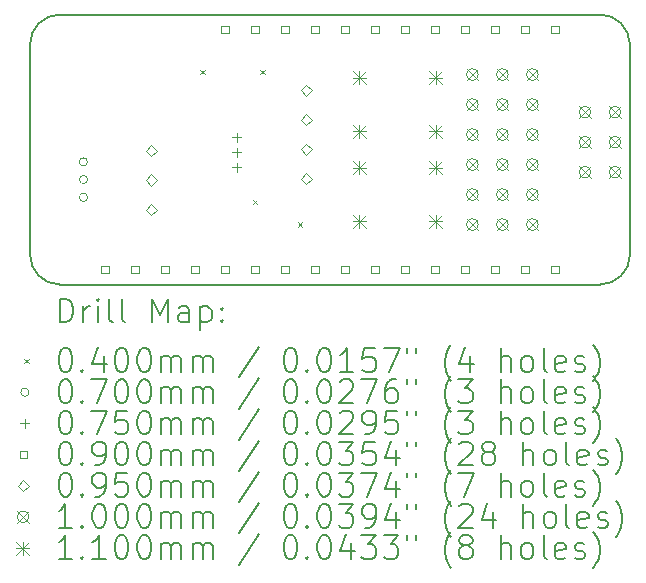
<source format=gbr>
%TF.GenerationSoftware,KiCad,Pcbnew,7.0.8*%
%TF.CreationDate,2023-11-04T12:21:12-07:00*%
%TF.ProjectId,feather-fc,66656174-6865-4722-9d66-632e6b696361,rev?*%
%TF.SameCoordinates,Original*%
%TF.FileFunction,Drillmap*%
%TF.FilePolarity,Positive*%
%FSLAX45Y45*%
G04 Gerber Fmt 4.5, Leading zero omitted, Abs format (unit mm)*
G04 Created by KiCad (PCBNEW 7.0.8) date 2023-11-04 12:21:12*
%MOMM*%
%LPD*%
G01*
G04 APERTURE LIST*
%ADD10C,0.150000*%
%ADD11C,0.200000*%
%ADD12C,0.040000*%
%ADD13C,0.070000*%
%ADD14C,0.075000*%
%ADD15C,0.090000*%
%ADD16C,0.095000*%
%ADD17C,0.100000*%
%ADD18C,0.110000*%
G04 APERTURE END LIST*
D10*
X7620000Y-2794000D02*
X7620000Y-4572000D01*
X2540000Y-4572000D02*
G75*
G03*
X2794000Y-4826000I254000J0D01*
G01*
X7620000Y-2794000D02*
G75*
G03*
X7366000Y-2540000I-254000J0D01*
G01*
X7366000Y-4826000D02*
G75*
G03*
X7620000Y-4572000I0J254000D01*
G01*
X7366000Y-4826000D02*
X2794000Y-4826000D01*
X2794000Y-2540000D02*
X7366000Y-2540000D01*
X2540000Y-4572000D02*
X2540000Y-2794000D01*
X2794000Y-2540000D02*
G75*
G03*
X2540000Y-2794000I0J-254000D01*
G01*
D11*
D12*
X3980500Y-3007500D02*
X4020500Y-3047500D01*
X4020500Y-3007500D02*
X3980500Y-3047500D01*
X4425000Y-4107500D02*
X4465000Y-4147500D01*
X4465000Y-4107500D02*
X4425000Y-4147500D01*
X4488500Y-3007500D02*
X4528500Y-3047500D01*
X4528500Y-3007500D02*
X4488500Y-3047500D01*
X4806000Y-4298000D02*
X4846000Y-4338000D01*
X4846000Y-4298000D02*
X4806000Y-4338000D01*
D13*
X3027900Y-3787000D02*
G75*
G03*
X3027900Y-3787000I-35000J0D01*
G01*
X3027900Y-3937000D02*
G75*
G03*
X3027900Y-3937000I-35000J0D01*
G01*
X3027900Y-4087000D02*
G75*
G03*
X3027900Y-4087000I-35000J0D01*
G01*
D14*
X4290500Y-3541250D02*
X4290500Y-3616250D01*
X4253000Y-3578750D02*
X4328000Y-3578750D01*
X4290500Y-3668250D02*
X4290500Y-3743250D01*
X4253000Y-3705750D02*
X4328000Y-3705750D01*
X4290500Y-3795250D02*
X4290500Y-3870250D01*
X4253000Y-3832750D02*
X4328000Y-3832750D01*
D15*
X3206820Y-4730820D02*
X3206820Y-4667180D01*
X3143180Y-4667180D01*
X3143180Y-4730820D01*
X3206820Y-4730820D01*
X3460820Y-4730820D02*
X3460820Y-4667180D01*
X3397180Y-4667180D01*
X3397180Y-4730820D01*
X3460820Y-4730820D01*
X3714820Y-4730820D02*
X3714820Y-4667180D01*
X3651180Y-4667180D01*
X3651180Y-4730820D01*
X3714820Y-4730820D01*
X3968820Y-4730820D02*
X3968820Y-4667180D01*
X3905180Y-4667180D01*
X3905180Y-4730820D01*
X3968820Y-4730820D01*
X4222820Y-2698820D02*
X4222820Y-2635180D01*
X4159180Y-2635180D01*
X4159180Y-2698820D01*
X4222820Y-2698820D01*
X4222820Y-4730820D02*
X4222820Y-4667180D01*
X4159180Y-4667180D01*
X4159180Y-4730820D01*
X4222820Y-4730820D01*
X4476820Y-2698820D02*
X4476820Y-2635180D01*
X4413180Y-2635180D01*
X4413180Y-2698820D01*
X4476820Y-2698820D01*
X4476820Y-4730820D02*
X4476820Y-4667180D01*
X4413180Y-4667180D01*
X4413180Y-4730820D01*
X4476820Y-4730820D01*
X4730820Y-2698820D02*
X4730820Y-2635180D01*
X4667180Y-2635180D01*
X4667180Y-2698820D01*
X4730820Y-2698820D01*
X4730820Y-4730820D02*
X4730820Y-4667180D01*
X4667180Y-4667180D01*
X4667180Y-4730820D01*
X4730820Y-4730820D01*
X4984820Y-2698820D02*
X4984820Y-2635180D01*
X4921180Y-2635180D01*
X4921180Y-2698820D01*
X4984820Y-2698820D01*
X4984820Y-4730820D02*
X4984820Y-4667180D01*
X4921180Y-4667180D01*
X4921180Y-4730820D01*
X4984820Y-4730820D01*
X5238820Y-2698820D02*
X5238820Y-2635180D01*
X5175180Y-2635180D01*
X5175180Y-2698820D01*
X5238820Y-2698820D01*
X5238820Y-4730820D02*
X5238820Y-4667180D01*
X5175180Y-4667180D01*
X5175180Y-4730820D01*
X5238820Y-4730820D01*
X5492820Y-2698820D02*
X5492820Y-2635180D01*
X5429180Y-2635180D01*
X5429180Y-2698820D01*
X5492820Y-2698820D01*
X5492820Y-4730820D02*
X5492820Y-4667180D01*
X5429180Y-4667180D01*
X5429180Y-4730820D01*
X5492820Y-4730820D01*
X5746820Y-2698820D02*
X5746820Y-2635180D01*
X5683180Y-2635180D01*
X5683180Y-2698820D01*
X5746820Y-2698820D01*
X5746820Y-4730820D02*
X5746820Y-4667180D01*
X5683180Y-4667180D01*
X5683180Y-4730820D01*
X5746820Y-4730820D01*
X6000820Y-2698820D02*
X6000820Y-2635180D01*
X5937180Y-2635180D01*
X5937180Y-2698820D01*
X6000820Y-2698820D01*
X6000820Y-4730820D02*
X6000820Y-4667180D01*
X5937180Y-4667180D01*
X5937180Y-4730820D01*
X6000820Y-4730820D01*
X6254820Y-2698820D02*
X6254820Y-2635180D01*
X6191180Y-2635180D01*
X6191180Y-2698820D01*
X6254820Y-2698820D01*
X6254820Y-4730820D02*
X6254820Y-4667180D01*
X6191180Y-4667180D01*
X6191180Y-4730820D01*
X6254820Y-4730820D01*
X6508820Y-2698820D02*
X6508820Y-2635180D01*
X6445180Y-2635180D01*
X6445180Y-2698820D01*
X6508820Y-2698820D01*
X6508820Y-4730820D02*
X6508820Y-4667180D01*
X6445180Y-4667180D01*
X6445180Y-4730820D01*
X6508820Y-4730820D01*
X6762820Y-2698820D02*
X6762820Y-2635180D01*
X6699180Y-2635180D01*
X6699180Y-2698820D01*
X6762820Y-2698820D01*
X6762820Y-4730820D02*
X6762820Y-4667180D01*
X6699180Y-4667180D01*
X6699180Y-4730820D01*
X6762820Y-4730820D01*
X7016820Y-2698820D02*
X7016820Y-2635180D01*
X6953180Y-2635180D01*
X6953180Y-2698820D01*
X7016820Y-2698820D01*
X7016820Y-4730820D02*
X7016820Y-4667180D01*
X6953180Y-4667180D01*
X6953180Y-4730820D01*
X7016820Y-4730820D01*
D16*
X3567000Y-3738500D02*
X3614500Y-3691000D01*
X3567000Y-3643500D01*
X3519500Y-3691000D01*
X3567000Y-3738500D01*
X3567000Y-3988500D02*
X3614500Y-3941000D01*
X3567000Y-3893500D01*
X3519500Y-3941000D01*
X3567000Y-3988500D01*
X3567000Y-4238500D02*
X3614500Y-4191000D01*
X3567000Y-4143500D01*
X3519500Y-4191000D01*
X3567000Y-4238500D01*
X4878500Y-3228500D02*
X4926000Y-3181000D01*
X4878500Y-3133500D01*
X4831000Y-3181000D01*
X4878500Y-3228500D01*
X4878500Y-3478500D02*
X4926000Y-3431000D01*
X4878500Y-3383500D01*
X4831000Y-3431000D01*
X4878500Y-3478500D01*
X4878500Y-3728500D02*
X4926000Y-3681000D01*
X4878500Y-3633500D01*
X4831000Y-3681000D01*
X4878500Y-3728500D01*
X4878500Y-3978500D02*
X4926000Y-3931000D01*
X4878500Y-3883500D01*
X4831000Y-3931000D01*
X4878500Y-3978500D01*
D17*
X6236500Y-2998000D02*
X6336500Y-3098000D01*
X6336500Y-2998000D02*
X6236500Y-3098000D01*
X6336500Y-3048000D02*
G75*
G03*
X6336500Y-3048000I-50000J0D01*
G01*
X6236500Y-3252000D02*
X6336500Y-3352000D01*
X6336500Y-3252000D02*
X6236500Y-3352000D01*
X6336500Y-3302000D02*
G75*
G03*
X6336500Y-3302000I-50000J0D01*
G01*
X6236500Y-3506000D02*
X6336500Y-3606000D01*
X6336500Y-3506000D02*
X6236500Y-3606000D01*
X6336500Y-3556000D02*
G75*
G03*
X6336500Y-3556000I-50000J0D01*
G01*
X6236500Y-3760000D02*
X6336500Y-3860000D01*
X6336500Y-3760000D02*
X6236500Y-3860000D01*
X6336500Y-3810000D02*
G75*
G03*
X6336500Y-3810000I-50000J0D01*
G01*
X6236500Y-4014000D02*
X6336500Y-4114000D01*
X6336500Y-4014000D02*
X6236500Y-4114000D01*
X6336500Y-4064000D02*
G75*
G03*
X6336500Y-4064000I-50000J0D01*
G01*
X6236500Y-4268000D02*
X6336500Y-4368000D01*
X6336500Y-4268000D02*
X6236500Y-4368000D01*
X6336500Y-4318000D02*
G75*
G03*
X6336500Y-4318000I-50000J0D01*
G01*
X6490500Y-2998000D02*
X6590500Y-3098000D01*
X6590500Y-2998000D02*
X6490500Y-3098000D01*
X6590500Y-3048000D02*
G75*
G03*
X6590500Y-3048000I-50000J0D01*
G01*
X6490500Y-3252000D02*
X6590500Y-3352000D01*
X6590500Y-3252000D02*
X6490500Y-3352000D01*
X6590500Y-3302000D02*
G75*
G03*
X6590500Y-3302000I-50000J0D01*
G01*
X6490500Y-3506000D02*
X6590500Y-3606000D01*
X6590500Y-3506000D02*
X6490500Y-3606000D01*
X6590500Y-3556000D02*
G75*
G03*
X6590500Y-3556000I-50000J0D01*
G01*
X6490500Y-3760000D02*
X6590500Y-3860000D01*
X6590500Y-3760000D02*
X6490500Y-3860000D01*
X6590500Y-3810000D02*
G75*
G03*
X6590500Y-3810000I-50000J0D01*
G01*
X6490500Y-4014000D02*
X6590500Y-4114000D01*
X6590500Y-4014000D02*
X6490500Y-4114000D01*
X6590500Y-4064000D02*
G75*
G03*
X6590500Y-4064000I-50000J0D01*
G01*
X6490500Y-4268000D02*
X6590500Y-4368000D01*
X6590500Y-4268000D02*
X6490500Y-4368000D01*
X6590500Y-4318000D02*
G75*
G03*
X6590500Y-4318000I-50000J0D01*
G01*
X6744500Y-2998000D02*
X6844500Y-3098000D01*
X6844500Y-2998000D02*
X6744500Y-3098000D01*
X6844500Y-3048000D02*
G75*
G03*
X6844500Y-3048000I-50000J0D01*
G01*
X6744500Y-3252000D02*
X6844500Y-3352000D01*
X6844500Y-3252000D02*
X6744500Y-3352000D01*
X6844500Y-3302000D02*
G75*
G03*
X6844500Y-3302000I-50000J0D01*
G01*
X6744500Y-3506000D02*
X6844500Y-3606000D01*
X6844500Y-3506000D02*
X6744500Y-3606000D01*
X6844500Y-3556000D02*
G75*
G03*
X6844500Y-3556000I-50000J0D01*
G01*
X6744500Y-3760000D02*
X6844500Y-3860000D01*
X6844500Y-3760000D02*
X6744500Y-3860000D01*
X6844500Y-3810000D02*
G75*
G03*
X6844500Y-3810000I-50000J0D01*
G01*
X6744500Y-4014000D02*
X6844500Y-4114000D01*
X6844500Y-4014000D02*
X6744500Y-4114000D01*
X6844500Y-4064000D02*
G75*
G03*
X6844500Y-4064000I-50000J0D01*
G01*
X6744500Y-4268000D02*
X6844500Y-4368000D01*
X6844500Y-4268000D02*
X6744500Y-4368000D01*
X6844500Y-4318000D02*
G75*
G03*
X6844500Y-4318000I-50000J0D01*
G01*
X7189000Y-3315500D02*
X7289000Y-3415500D01*
X7289000Y-3315500D02*
X7189000Y-3415500D01*
X7289000Y-3365500D02*
G75*
G03*
X7289000Y-3365500I-50000J0D01*
G01*
X7189000Y-3569500D02*
X7289000Y-3669500D01*
X7289000Y-3569500D02*
X7189000Y-3669500D01*
X7289000Y-3619500D02*
G75*
G03*
X7289000Y-3619500I-50000J0D01*
G01*
X7189000Y-3823500D02*
X7289000Y-3923500D01*
X7289000Y-3823500D02*
X7189000Y-3923500D01*
X7289000Y-3873500D02*
G75*
G03*
X7289000Y-3873500I-50000J0D01*
G01*
X7443000Y-3315500D02*
X7543000Y-3415500D01*
X7543000Y-3315500D02*
X7443000Y-3415500D01*
X7543000Y-3365500D02*
G75*
G03*
X7543000Y-3365500I-50000J0D01*
G01*
X7443000Y-3569500D02*
X7543000Y-3669500D01*
X7543000Y-3569500D02*
X7443000Y-3669500D01*
X7543000Y-3619500D02*
G75*
G03*
X7543000Y-3619500I-50000J0D01*
G01*
X7443000Y-3823500D02*
X7543000Y-3923500D01*
X7543000Y-3823500D02*
X7443000Y-3923500D01*
X7543000Y-3873500D02*
G75*
G03*
X7543000Y-3873500I-50000J0D01*
G01*
D18*
X5271500Y-3022000D02*
X5381500Y-3132000D01*
X5381500Y-3022000D02*
X5271500Y-3132000D01*
X5326500Y-3022000D02*
X5326500Y-3132000D01*
X5271500Y-3077000D02*
X5381500Y-3077000D01*
X5271500Y-3472000D02*
X5381500Y-3582000D01*
X5381500Y-3472000D02*
X5271500Y-3582000D01*
X5326500Y-3472000D02*
X5326500Y-3582000D01*
X5271500Y-3527000D02*
X5381500Y-3527000D01*
X5271500Y-3784000D02*
X5381500Y-3894000D01*
X5381500Y-3784000D02*
X5271500Y-3894000D01*
X5326500Y-3784000D02*
X5326500Y-3894000D01*
X5271500Y-3839000D02*
X5381500Y-3839000D01*
X5271500Y-4234000D02*
X5381500Y-4344000D01*
X5381500Y-4234000D02*
X5271500Y-4344000D01*
X5326500Y-4234000D02*
X5326500Y-4344000D01*
X5271500Y-4289000D02*
X5381500Y-4289000D01*
X5921500Y-3022000D02*
X6031500Y-3132000D01*
X6031500Y-3022000D02*
X5921500Y-3132000D01*
X5976500Y-3022000D02*
X5976500Y-3132000D01*
X5921500Y-3077000D02*
X6031500Y-3077000D01*
X5921500Y-3472000D02*
X6031500Y-3582000D01*
X6031500Y-3472000D02*
X5921500Y-3582000D01*
X5976500Y-3472000D02*
X5976500Y-3582000D01*
X5921500Y-3527000D02*
X6031500Y-3527000D01*
X5921500Y-3784000D02*
X6031500Y-3894000D01*
X6031500Y-3784000D02*
X5921500Y-3894000D01*
X5976500Y-3784000D02*
X5976500Y-3894000D01*
X5921500Y-3839000D02*
X6031500Y-3839000D01*
X5921500Y-4234000D02*
X6031500Y-4344000D01*
X6031500Y-4234000D02*
X5921500Y-4344000D01*
X5976500Y-4234000D02*
X5976500Y-4344000D01*
X5921500Y-4289000D02*
X6031500Y-4289000D01*
D11*
X2793277Y-5144984D02*
X2793277Y-4944984D01*
X2793277Y-4944984D02*
X2840896Y-4944984D01*
X2840896Y-4944984D02*
X2869467Y-4954508D01*
X2869467Y-4954508D02*
X2888515Y-4973555D01*
X2888515Y-4973555D02*
X2898039Y-4992603D01*
X2898039Y-4992603D02*
X2907562Y-5030698D01*
X2907562Y-5030698D02*
X2907562Y-5059270D01*
X2907562Y-5059270D02*
X2898039Y-5097365D01*
X2898039Y-5097365D02*
X2888515Y-5116412D01*
X2888515Y-5116412D02*
X2869467Y-5135460D01*
X2869467Y-5135460D02*
X2840896Y-5144984D01*
X2840896Y-5144984D02*
X2793277Y-5144984D01*
X2993277Y-5144984D02*
X2993277Y-5011650D01*
X2993277Y-5049746D02*
X3002801Y-5030698D01*
X3002801Y-5030698D02*
X3012324Y-5021174D01*
X3012324Y-5021174D02*
X3031372Y-5011650D01*
X3031372Y-5011650D02*
X3050420Y-5011650D01*
X3117086Y-5144984D02*
X3117086Y-5011650D01*
X3117086Y-4944984D02*
X3107562Y-4954508D01*
X3107562Y-4954508D02*
X3117086Y-4964031D01*
X3117086Y-4964031D02*
X3126610Y-4954508D01*
X3126610Y-4954508D02*
X3117086Y-4944984D01*
X3117086Y-4944984D02*
X3117086Y-4964031D01*
X3240896Y-5144984D02*
X3221848Y-5135460D01*
X3221848Y-5135460D02*
X3212324Y-5116412D01*
X3212324Y-5116412D02*
X3212324Y-4944984D01*
X3345658Y-5144984D02*
X3326610Y-5135460D01*
X3326610Y-5135460D02*
X3317086Y-5116412D01*
X3317086Y-5116412D02*
X3317086Y-4944984D01*
X3574229Y-5144984D02*
X3574229Y-4944984D01*
X3574229Y-4944984D02*
X3640896Y-5087841D01*
X3640896Y-5087841D02*
X3707562Y-4944984D01*
X3707562Y-4944984D02*
X3707562Y-5144984D01*
X3888515Y-5144984D02*
X3888515Y-5040222D01*
X3888515Y-5040222D02*
X3878991Y-5021174D01*
X3878991Y-5021174D02*
X3859943Y-5011650D01*
X3859943Y-5011650D02*
X3821848Y-5011650D01*
X3821848Y-5011650D02*
X3802801Y-5021174D01*
X3888515Y-5135460D02*
X3869467Y-5144984D01*
X3869467Y-5144984D02*
X3821848Y-5144984D01*
X3821848Y-5144984D02*
X3802801Y-5135460D01*
X3802801Y-5135460D02*
X3793277Y-5116412D01*
X3793277Y-5116412D02*
X3793277Y-5097365D01*
X3793277Y-5097365D02*
X3802801Y-5078317D01*
X3802801Y-5078317D02*
X3821848Y-5068793D01*
X3821848Y-5068793D02*
X3869467Y-5068793D01*
X3869467Y-5068793D02*
X3888515Y-5059270D01*
X3983753Y-5011650D02*
X3983753Y-5211650D01*
X3983753Y-5021174D02*
X4002801Y-5011650D01*
X4002801Y-5011650D02*
X4040896Y-5011650D01*
X4040896Y-5011650D02*
X4059943Y-5021174D01*
X4059943Y-5021174D02*
X4069467Y-5030698D01*
X4069467Y-5030698D02*
X4078991Y-5049746D01*
X4078991Y-5049746D02*
X4078991Y-5106889D01*
X4078991Y-5106889D02*
X4069467Y-5125936D01*
X4069467Y-5125936D02*
X4059943Y-5135460D01*
X4059943Y-5135460D02*
X4040896Y-5144984D01*
X4040896Y-5144984D02*
X4002801Y-5144984D01*
X4002801Y-5144984D02*
X3983753Y-5135460D01*
X4164705Y-5125936D02*
X4174229Y-5135460D01*
X4174229Y-5135460D02*
X4164705Y-5144984D01*
X4164705Y-5144984D02*
X4155182Y-5135460D01*
X4155182Y-5135460D02*
X4164705Y-5125936D01*
X4164705Y-5125936D02*
X4164705Y-5144984D01*
X4164705Y-5021174D02*
X4174229Y-5030698D01*
X4174229Y-5030698D02*
X4164705Y-5040222D01*
X4164705Y-5040222D02*
X4155182Y-5030698D01*
X4155182Y-5030698D02*
X4164705Y-5021174D01*
X4164705Y-5021174D02*
X4164705Y-5040222D01*
D12*
X2492500Y-5453500D02*
X2532500Y-5493500D01*
X2532500Y-5453500D02*
X2492500Y-5493500D01*
D11*
X2831372Y-5364984D02*
X2850420Y-5364984D01*
X2850420Y-5364984D02*
X2869467Y-5374508D01*
X2869467Y-5374508D02*
X2878991Y-5384031D01*
X2878991Y-5384031D02*
X2888515Y-5403079D01*
X2888515Y-5403079D02*
X2898039Y-5441174D01*
X2898039Y-5441174D02*
X2898039Y-5488793D01*
X2898039Y-5488793D02*
X2888515Y-5526889D01*
X2888515Y-5526889D02*
X2878991Y-5545936D01*
X2878991Y-5545936D02*
X2869467Y-5555460D01*
X2869467Y-5555460D02*
X2850420Y-5564984D01*
X2850420Y-5564984D02*
X2831372Y-5564984D01*
X2831372Y-5564984D02*
X2812324Y-5555460D01*
X2812324Y-5555460D02*
X2802801Y-5545936D01*
X2802801Y-5545936D02*
X2793277Y-5526889D01*
X2793277Y-5526889D02*
X2783753Y-5488793D01*
X2783753Y-5488793D02*
X2783753Y-5441174D01*
X2783753Y-5441174D02*
X2793277Y-5403079D01*
X2793277Y-5403079D02*
X2802801Y-5384031D01*
X2802801Y-5384031D02*
X2812324Y-5374508D01*
X2812324Y-5374508D02*
X2831372Y-5364984D01*
X2983753Y-5545936D02*
X2993277Y-5555460D01*
X2993277Y-5555460D02*
X2983753Y-5564984D01*
X2983753Y-5564984D02*
X2974229Y-5555460D01*
X2974229Y-5555460D02*
X2983753Y-5545936D01*
X2983753Y-5545936D02*
X2983753Y-5564984D01*
X3164705Y-5431650D02*
X3164705Y-5564984D01*
X3117086Y-5355460D02*
X3069467Y-5498317D01*
X3069467Y-5498317D02*
X3193277Y-5498317D01*
X3307562Y-5364984D02*
X3326610Y-5364984D01*
X3326610Y-5364984D02*
X3345658Y-5374508D01*
X3345658Y-5374508D02*
X3355182Y-5384031D01*
X3355182Y-5384031D02*
X3364705Y-5403079D01*
X3364705Y-5403079D02*
X3374229Y-5441174D01*
X3374229Y-5441174D02*
X3374229Y-5488793D01*
X3374229Y-5488793D02*
X3364705Y-5526889D01*
X3364705Y-5526889D02*
X3355182Y-5545936D01*
X3355182Y-5545936D02*
X3345658Y-5555460D01*
X3345658Y-5555460D02*
X3326610Y-5564984D01*
X3326610Y-5564984D02*
X3307562Y-5564984D01*
X3307562Y-5564984D02*
X3288515Y-5555460D01*
X3288515Y-5555460D02*
X3278991Y-5545936D01*
X3278991Y-5545936D02*
X3269467Y-5526889D01*
X3269467Y-5526889D02*
X3259943Y-5488793D01*
X3259943Y-5488793D02*
X3259943Y-5441174D01*
X3259943Y-5441174D02*
X3269467Y-5403079D01*
X3269467Y-5403079D02*
X3278991Y-5384031D01*
X3278991Y-5384031D02*
X3288515Y-5374508D01*
X3288515Y-5374508D02*
X3307562Y-5364984D01*
X3498039Y-5364984D02*
X3517086Y-5364984D01*
X3517086Y-5364984D02*
X3536134Y-5374508D01*
X3536134Y-5374508D02*
X3545658Y-5384031D01*
X3545658Y-5384031D02*
X3555182Y-5403079D01*
X3555182Y-5403079D02*
X3564705Y-5441174D01*
X3564705Y-5441174D02*
X3564705Y-5488793D01*
X3564705Y-5488793D02*
X3555182Y-5526889D01*
X3555182Y-5526889D02*
X3545658Y-5545936D01*
X3545658Y-5545936D02*
X3536134Y-5555460D01*
X3536134Y-5555460D02*
X3517086Y-5564984D01*
X3517086Y-5564984D02*
X3498039Y-5564984D01*
X3498039Y-5564984D02*
X3478991Y-5555460D01*
X3478991Y-5555460D02*
X3469467Y-5545936D01*
X3469467Y-5545936D02*
X3459943Y-5526889D01*
X3459943Y-5526889D02*
X3450420Y-5488793D01*
X3450420Y-5488793D02*
X3450420Y-5441174D01*
X3450420Y-5441174D02*
X3459943Y-5403079D01*
X3459943Y-5403079D02*
X3469467Y-5384031D01*
X3469467Y-5384031D02*
X3478991Y-5374508D01*
X3478991Y-5374508D02*
X3498039Y-5364984D01*
X3650420Y-5564984D02*
X3650420Y-5431650D01*
X3650420Y-5450698D02*
X3659943Y-5441174D01*
X3659943Y-5441174D02*
X3678991Y-5431650D01*
X3678991Y-5431650D02*
X3707563Y-5431650D01*
X3707563Y-5431650D02*
X3726610Y-5441174D01*
X3726610Y-5441174D02*
X3736134Y-5460222D01*
X3736134Y-5460222D02*
X3736134Y-5564984D01*
X3736134Y-5460222D02*
X3745658Y-5441174D01*
X3745658Y-5441174D02*
X3764705Y-5431650D01*
X3764705Y-5431650D02*
X3793277Y-5431650D01*
X3793277Y-5431650D02*
X3812324Y-5441174D01*
X3812324Y-5441174D02*
X3821848Y-5460222D01*
X3821848Y-5460222D02*
X3821848Y-5564984D01*
X3917086Y-5564984D02*
X3917086Y-5431650D01*
X3917086Y-5450698D02*
X3926610Y-5441174D01*
X3926610Y-5441174D02*
X3945658Y-5431650D01*
X3945658Y-5431650D02*
X3974229Y-5431650D01*
X3974229Y-5431650D02*
X3993277Y-5441174D01*
X3993277Y-5441174D02*
X4002801Y-5460222D01*
X4002801Y-5460222D02*
X4002801Y-5564984D01*
X4002801Y-5460222D02*
X4012324Y-5441174D01*
X4012324Y-5441174D02*
X4031372Y-5431650D01*
X4031372Y-5431650D02*
X4059943Y-5431650D01*
X4059943Y-5431650D02*
X4078991Y-5441174D01*
X4078991Y-5441174D02*
X4088515Y-5460222D01*
X4088515Y-5460222D02*
X4088515Y-5564984D01*
X4478991Y-5355460D02*
X4307563Y-5612603D01*
X4736134Y-5364984D02*
X4755182Y-5364984D01*
X4755182Y-5364984D02*
X4774229Y-5374508D01*
X4774229Y-5374508D02*
X4783753Y-5384031D01*
X4783753Y-5384031D02*
X4793277Y-5403079D01*
X4793277Y-5403079D02*
X4802801Y-5441174D01*
X4802801Y-5441174D02*
X4802801Y-5488793D01*
X4802801Y-5488793D02*
X4793277Y-5526889D01*
X4793277Y-5526889D02*
X4783753Y-5545936D01*
X4783753Y-5545936D02*
X4774229Y-5555460D01*
X4774229Y-5555460D02*
X4755182Y-5564984D01*
X4755182Y-5564984D02*
X4736134Y-5564984D01*
X4736134Y-5564984D02*
X4717087Y-5555460D01*
X4717087Y-5555460D02*
X4707563Y-5545936D01*
X4707563Y-5545936D02*
X4698039Y-5526889D01*
X4698039Y-5526889D02*
X4688515Y-5488793D01*
X4688515Y-5488793D02*
X4688515Y-5441174D01*
X4688515Y-5441174D02*
X4698039Y-5403079D01*
X4698039Y-5403079D02*
X4707563Y-5384031D01*
X4707563Y-5384031D02*
X4717087Y-5374508D01*
X4717087Y-5374508D02*
X4736134Y-5364984D01*
X4888515Y-5545936D02*
X4898039Y-5555460D01*
X4898039Y-5555460D02*
X4888515Y-5564984D01*
X4888515Y-5564984D02*
X4878991Y-5555460D01*
X4878991Y-5555460D02*
X4888515Y-5545936D01*
X4888515Y-5545936D02*
X4888515Y-5564984D01*
X5021848Y-5364984D02*
X5040896Y-5364984D01*
X5040896Y-5364984D02*
X5059944Y-5374508D01*
X5059944Y-5374508D02*
X5069468Y-5384031D01*
X5069468Y-5384031D02*
X5078991Y-5403079D01*
X5078991Y-5403079D02*
X5088515Y-5441174D01*
X5088515Y-5441174D02*
X5088515Y-5488793D01*
X5088515Y-5488793D02*
X5078991Y-5526889D01*
X5078991Y-5526889D02*
X5069468Y-5545936D01*
X5069468Y-5545936D02*
X5059944Y-5555460D01*
X5059944Y-5555460D02*
X5040896Y-5564984D01*
X5040896Y-5564984D02*
X5021848Y-5564984D01*
X5021848Y-5564984D02*
X5002801Y-5555460D01*
X5002801Y-5555460D02*
X4993277Y-5545936D01*
X4993277Y-5545936D02*
X4983753Y-5526889D01*
X4983753Y-5526889D02*
X4974229Y-5488793D01*
X4974229Y-5488793D02*
X4974229Y-5441174D01*
X4974229Y-5441174D02*
X4983753Y-5403079D01*
X4983753Y-5403079D02*
X4993277Y-5384031D01*
X4993277Y-5384031D02*
X5002801Y-5374508D01*
X5002801Y-5374508D02*
X5021848Y-5364984D01*
X5278991Y-5564984D02*
X5164706Y-5564984D01*
X5221848Y-5564984D02*
X5221848Y-5364984D01*
X5221848Y-5364984D02*
X5202801Y-5393555D01*
X5202801Y-5393555D02*
X5183753Y-5412603D01*
X5183753Y-5412603D02*
X5164706Y-5422127D01*
X5459944Y-5364984D02*
X5364706Y-5364984D01*
X5364706Y-5364984D02*
X5355182Y-5460222D01*
X5355182Y-5460222D02*
X5364706Y-5450698D01*
X5364706Y-5450698D02*
X5383753Y-5441174D01*
X5383753Y-5441174D02*
X5431372Y-5441174D01*
X5431372Y-5441174D02*
X5450420Y-5450698D01*
X5450420Y-5450698D02*
X5459944Y-5460222D01*
X5459944Y-5460222D02*
X5469468Y-5479270D01*
X5469468Y-5479270D02*
X5469468Y-5526889D01*
X5469468Y-5526889D02*
X5459944Y-5545936D01*
X5459944Y-5545936D02*
X5450420Y-5555460D01*
X5450420Y-5555460D02*
X5431372Y-5564984D01*
X5431372Y-5564984D02*
X5383753Y-5564984D01*
X5383753Y-5564984D02*
X5364706Y-5555460D01*
X5364706Y-5555460D02*
X5355182Y-5545936D01*
X5536134Y-5364984D02*
X5669467Y-5364984D01*
X5669467Y-5364984D02*
X5583753Y-5564984D01*
X5736134Y-5364984D02*
X5736134Y-5403079D01*
X5812325Y-5364984D02*
X5812325Y-5403079D01*
X6107563Y-5641174D02*
X6098039Y-5631650D01*
X6098039Y-5631650D02*
X6078991Y-5603079D01*
X6078991Y-5603079D02*
X6069468Y-5584031D01*
X6069468Y-5584031D02*
X6059944Y-5555460D01*
X6059944Y-5555460D02*
X6050420Y-5507841D01*
X6050420Y-5507841D02*
X6050420Y-5469746D01*
X6050420Y-5469746D02*
X6059944Y-5422127D01*
X6059944Y-5422127D02*
X6069468Y-5393555D01*
X6069468Y-5393555D02*
X6078991Y-5374508D01*
X6078991Y-5374508D02*
X6098039Y-5345936D01*
X6098039Y-5345936D02*
X6107563Y-5336412D01*
X6269468Y-5431650D02*
X6269468Y-5564984D01*
X6221848Y-5355460D02*
X6174229Y-5498317D01*
X6174229Y-5498317D02*
X6298039Y-5498317D01*
X6526610Y-5564984D02*
X6526610Y-5364984D01*
X6612325Y-5564984D02*
X6612325Y-5460222D01*
X6612325Y-5460222D02*
X6602801Y-5441174D01*
X6602801Y-5441174D02*
X6583753Y-5431650D01*
X6583753Y-5431650D02*
X6555182Y-5431650D01*
X6555182Y-5431650D02*
X6536134Y-5441174D01*
X6536134Y-5441174D02*
X6526610Y-5450698D01*
X6736134Y-5564984D02*
X6717087Y-5555460D01*
X6717087Y-5555460D02*
X6707563Y-5545936D01*
X6707563Y-5545936D02*
X6698039Y-5526889D01*
X6698039Y-5526889D02*
X6698039Y-5469746D01*
X6698039Y-5469746D02*
X6707563Y-5450698D01*
X6707563Y-5450698D02*
X6717087Y-5441174D01*
X6717087Y-5441174D02*
X6736134Y-5431650D01*
X6736134Y-5431650D02*
X6764706Y-5431650D01*
X6764706Y-5431650D02*
X6783753Y-5441174D01*
X6783753Y-5441174D02*
X6793277Y-5450698D01*
X6793277Y-5450698D02*
X6802801Y-5469746D01*
X6802801Y-5469746D02*
X6802801Y-5526889D01*
X6802801Y-5526889D02*
X6793277Y-5545936D01*
X6793277Y-5545936D02*
X6783753Y-5555460D01*
X6783753Y-5555460D02*
X6764706Y-5564984D01*
X6764706Y-5564984D02*
X6736134Y-5564984D01*
X6917087Y-5564984D02*
X6898039Y-5555460D01*
X6898039Y-5555460D02*
X6888515Y-5536412D01*
X6888515Y-5536412D02*
X6888515Y-5364984D01*
X7069468Y-5555460D02*
X7050420Y-5564984D01*
X7050420Y-5564984D02*
X7012325Y-5564984D01*
X7012325Y-5564984D02*
X6993277Y-5555460D01*
X6993277Y-5555460D02*
X6983753Y-5536412D01*
X6983753Y-5536412D02*
X6983753Y-5460222D01*
X6983753Y-5460222D02*
X6993277Y-5441174D01*
X6993277Y-5441174D02*
X7012325Y-5431650D01*
X7012325Y-5431650D02*
X7050420Y-5431650D01*
X7050420Y-5431650D02*
X7069468Y-5441174D01*
X7069468Y-5441174D02*
X7078991Y-5460222D01*
X7078991Y-5460222D02*
X7078991Y-5479270D01*
X7078991Y-5479270D02*
X6983753Y-5498317D01*
X7155182Y-5555460D02*
X7174230Y-5564984D01*
X7174230Y-5564984D02*
X7212325Y-5564984D01*
X7212325Y-5564984D02*
X7231372Y-5555460D01*
X7231372Y-5555460D02*
X7240896Y-5536412D01*
X7240896Y-5536412D02*
X7240896Y-5526889D01*
X7240896Y-5526889D02*
X7231372Y-5507841D01*
X7231372Y-5507841D02*
X7212325Y-5498317D01*
X7212325Y-5498317D02*
X7183753Y-5498317D01*
X7183753Y-5498317D02*
X7164706Y-5488793D01*
X7164706Y-5488793D02*
X7155182Y-5469746D01*
X7155182Y-5469746D02*
X7155182Y-5460222D01*
X7155182Y-5460222D02*
X7164706Y-5441174D01*
X7164706Y-5441174D02*
X7183753Y-5431650D01*
X7183753Y-5431650D02*
X7212325Y-5431650D01*
X7212325Y-5431650D02*
X7231372Y-5441174D01*
X7307563Y-5641174D02*
X7317087Y-5631650D01*
X7317087Y-5631650D02*
X7336134Y-5603079D01*
X7336134Y-5603079D02*
X7345658Y-5584031D01*
X7345658Y-5584031D02*
X7355182Y-5555460D01*
X7355182Y-5555460D02*
X7364706Y-5507841D01*
X7364706Y-5507841D02*
X7364706Y-5469746D01*
X7364706Y-5469746D02*
X7355182Y-5422127D01*
X7355182Y-5422127D02*
X7345658Y-5393555D01*
X7345658Y-5393555D02*
X7336134Y-5374508D01*
X7336134Y-5374508D02*
X7317087Y-5345936D01*
X7317087Y-5345936D02*
X7307563Y-5336412D01*
D13*
X2532500Y-5737500D02*
G75*
G03*
X2532500Y-5737500I-35000J0D01*
G01*
D11*
X2831372Y-5628984D02*
X2850420Y-5628984D01*
X2850420Y-5628984D02*
X2869467Y-5638508D01*
X2869467Y-5638508D02*
X2878991Y-5648031D01*
X2878991Y-5648031D02*
X2888515Y-5667079D01*
X2888515Y-5667079D02*
X2898039Y-5705174D01*
X2898039Y-5705174D02*
X2898039Y-5752793D01*
X2898039Y-5752793D02*
X2888515Y-5790888D01*
X2888515Y-5790888D02*
X2878991Y-5809936D01*
X2878991Y-5809936D02*
X2869467Y-5819460D01*
X2869467Y-5819460D02*
X2850420Y-5828984D01*
X2850420Y-5828984D02*
X2831372Y-5828984D01*
X2831372Y-5828984D02*
X2812324Y-5819460D01*
X2812324Y-5819460D02*
X2802801Y-5809936D01*
X2802801Y-5809936D02*
X2793277Y-5790888D01*
X2793277Y-5790888D02*
X2783753Y-5752793D01*
X2783753Y-5752793D02*
X2783753Y-5705174D01*
X2783753Y-5705174D02*
X2793277Y-5667079D01*
X2793277Y-5667079D02*
X2802801Y-5648031D01*
X2802801Y-5648031D02*
X2812324Y-5638508D01*
X2812324Y-5638508D02*
X2831372Y-5628984D01*
X2983753Y-5809936D02*
X2993277Y-5819460D01*
X2993277Y-5819460D02*
X2983753Y-5828984D01*
X2983753Y-5828984D02*
X2974229Y-5819460D01*
X2974229Y-5819460D02*
X2983753Y-5809936D01*
X2983753Y-5809936D02*
X2983753Y-5828984D01*
X3059943Y-5628984D02*
X3193277Y-5628984D01*
X3193277Y-5628984D02*
X3107562Y-5828984D01*
X3307562Y-5628984D02*
X3326610Y-5628984D01*
X3326610Y-5628984D02*
X3345658Y-5638508D01*
X3345658Y-5638508D02*
X3355182Y-5648031D01*
X3355182Y-5648031D02*
X3364705Y-5667079D01*
X3364705Y-5667079D02*
X3374229Y-5705174D01*
X3374229Y-5705174D02*
X3374229Y-5752793D01*
X3374229Y-5752793D02*
X3364705Y-5790888D01*
X3364705Y-5790888D02*
X3355182Y-5809936D01*
X3355182Y-5809936D02*
X3345658Y-5819460D01*
X3345658Y-5819460D02*
X3326610Y-5828984D01*
X3326610Y-5828984D02*
X3307562Y-5828984D01*
X3307562Y-5828984D02*
X3288515Y-5819460D01*
X3288515Y-5819460D02*
X3278991Y-5809936D01*
X3278991Y-5809936D02*
X3269467Y-5790888D01*
X3269467Y-5790888D02*
X3259943Y-5752793D01*
X3259943Y-5752793D02*
X3259943Y-5705174D01*
X3259943Y-5705174D02*
X3269467Y-5667079D01*
X3269467Y-5667079D02*
X3278991Y-5648031D01*
X3278991Y-5648031D02*
X3288515Y-5638508D01*
X3288515Y-5638508D02*
X3307562Y-5628984D01*
X3498039Y-5628984D02*
X3517086Y-5628984D01*
X3517086Y-5628984D02*
X3536134Y-5638508D01*
X3536134Y-5638508D02*
X3545658Y-5648031D01*
X3545658Y-5648031D02*
X3555182Y-5667079D01*
X3555182Y-5667079D02*
X3564705Y-5705174D01*
X3564705Y-5705174D02*
X3564705Y-5752793D01*
X3564705Y-5752793D02*
X3555182Y-5790888D01*
X3555182Y-5790888D02*
X3545658Y-5809936D01*
X3545658Y-5809936D02*
X3536134Y-5819460D01*
X3536134Y-5819460D02*
X3517086Y-5828984D01*
X3517086Y-5828984D02*
X3498039Y-5828984D01*
X3498039Y-5828984D02*
X3478991Y-5819460D01*
X3478991Y-5819460D02*
X3469467Y-5809936D01*
X3469467Y-5809936D02*
X3459943Y-5790888D01*
X3459943Y-5790888D02*
X3450420Y-5752793D01*
X3450420Y-5752793D02*
X3450420Y-5705174D01*
X3450420Y-5705174D02*
X3459943Y-5667079D01*
X3459943Y-5667079D02*
X3469467Y-5648031D01*
X3469467Y-5648031D02*
X3478991Y-5638508D01*
X3478991Y-5638508D02*
X3498039Y-5628984D01*
X3650420Y-5828984D02*
X3650420Y-5695650D01*
X3650420Y-5714698D02*
X3659943Y-5705174D01*
X3659943Y-5705174D02*
X3678991Y-5695650D01*
X3678991Y-5695650D02*
X3707563Y-5695650D01*
X3707563Y-5695650D02*
X3726610Y-5705174D01*
X3726610Y-5705174D02*
X3736134Y-5724222D01*
X3736134Y-5724222D02*
X3736134Y-5828984D01*
X3736134Y-5724222D02*
X3745658Y-5705174D01*
X3745658Y-5705174D02*
X3764705Y-5695650D01*
X3764705Y-5695650D02*
X3793277Y-5695650D01*
X3793277Y-5695650D02*
X3812324Y-5705174D01*
X3812324Y-5705174D02*
X3821848Y-5724222D01*
X3821848Y-5724222D02*
X3821848Y-5828984D01*
X3917086Y-5828984D02*
X3917086Y-5695650D01*
X3917086Y-5714698D02*
X3926610Y-5705174D01*
X3926610Y-5705174D02*
X3945658Y-5695650D01*
X3945658Y-5695650D02*
X3974229Y-5695650D01*
X3974229Y-5695650D02*
X3993277Y-5705174D01*
X3993277Y-5705174D02*
X4002801Y-5724222D01*
X4002801Y-5724222D02*
X4002801Y-5828984D01*
X4002801Y-5724222D02*
X4012324Y-5705174D01*
X4012324Y-5705174D02*
X4031372Y-5695650D01*
X4031372Y-5695650D02*
X4059943Y-5695650D01*
X4059943Y-5695650D02*
X4078991Y-5705174D01*
X4078991Y-5705174D02*
X4088515Y-5724222D01*
X4088515Y-5724222D02*
X4088515Y-5828984D01*
X4478991Y-5619460D02*
X4307563Y-5876603D01*
X4736134Y-5628984D02*
X4755182Y-5628984D01*
X4755182Y-5628984D02*
X4774229Y-5638508D01*
X4774229Y-5638508D02*
X4783753Y-5648031D01*
X4783753Y-5648031D02*
X4793277Y-5667079D01*
X4793277Y-5667079D02*
X4802801Y-5705174D01*
X4802801Y-5705174D02*
X4802801Y-5752793D01*
X4802801Y-5752793D02*
X4793277Y-5790888D01*
X4793277Y-5790888D02*
X4783753Y-5809936D01*
X4783753Y-5809936D02*
X4774229Y-5819460D01*
X4774229Y-5819460D02*
X4755182Y-5828984D01*
X4755182Y-5828984D02*
X4736134Y-5828984D01*
X4736134Y-5828984D02*
X4717087Y-5819460D01*
X4717087Y-5819460D02*
X4707563Y-5809936D01*
X4707563Y-5809936D02*
X4698039Y-5790888D01*
X4698039Y-5790888D02*
X4688515Y-5752793D01*
X4688515Y-5752793D02*
X4688515Y-5705174D01*
X4688515Y-5705174D02*
X4698039Y-5667079D01*
X4698039Y-5667079D02*
X4707563Y-5648031D01*
X4707563Y-5648031D02*
X4717087Y-5638508D01*
X4717087Y-5638508D02*
X4736134Y-5628984D01*
X4888515Y-5809936D02*
X4898039Y-5819460D01*
X4898039Y-5819460D02*
X4888515Y-5828984D01*
X4888515Y-5828984D02*
X4878991Y-5819460D01*
X4878991Y-5819460D02*
X4888515Y-5809936D01*
X4888515Y-5809936D02*
X4888515Y-5828984D01*
X5021848Y-5628984D02*
X5040896Y-5628984D01*
X5040896Y-5628984D02*
X5059944Y-5638508D01*
X5059944Y-5638508D02*
X5069468Y-5648031D01*
X5069468Y-5648031D02*
X5078991Y-5667079D01*
X5078991Y-5667079D02*
X5088515Y-5705174D01*
X5088515Y-5705174D02*
X5088515Y-5752793D01*
X5088515Y-5752793D02*
X5078991Y-5790888D01*
X5078991Y-5790888D02*
X5069468Y-5809936D01*
X5069468Y-5809936D02*
X5059944Y-5819460D01*
X5059944Y-5819460D02*
X5040896Y-5828984D01*
X5040896Y-5828984D02*
X5021848Y-5828984D01*
X5021848Y-5828984D02*
X5002801Y-5819460D01*
X5002801Y-5819460D02*
X4993277Y-5809936D01*
X4993277Y-5809936D02*
X4983753Y-5790888D01*
X4983753Y-5790888D02*
X4974229Y-5752793D01*
X4974229Y-5752793D02*
X4974229Y-5705174D01*
X4974229Y-5705174D02*
X4983753Y-5667079D01*
X4983753Y-5667079D02*
X4993277Y-5648031D01*
X4993277Y-5648031D02*
X5002801Y-5638508D01*
X5002801Y-5638508D02*
X5021848Y-5628984D01*
X5164706Y-5648031D02*
X5174229Y-5638508D01*
X5174229Y-5638508D02*
X5193277Y-5628984D01*
X5193277Y-5628984D02*
X5240896Y-5628984D01*
X5240896Y-5628984D02*
X5259944Y-5638508D01*
X5259944Y-5638508D02*
X5269468Y-5648031D01*
X5269468Y-5648031D02*
X5278991Y-5667079D01*
X5278991Y-5667079D02*
X5278991Y-5686127D01*
X5278991Y-5686127D02*
X5269468Y-5714698D01*
X5269468Y-5714698D02*
X5155182Y-5828984D01*
X5155182Y-5828984D02*
X5278991Y-5828984D01*
X5345658Y-5628984D02*
X5478991Y-5628984D01*
X5478991Y-5628984D02*
X5393277Y-5828984D01*
X5640896Y-5628984D02*
X5602801Y-5628984D01*
X5602801Y-5628984D02*
X5583753Y-5638508D01*
X5583753Y-5638508D02*
X5574229Y-5648031D01*
X5574229Y-5648031D02*
X5555182Y-5676603D01*
X5555182Y-5676603D02*
X5545658Y-5714698D01*
X5545658Y-5714698D02*
X5545658Y-5790888D01*
X5545658Y-5790888D02*
X5555182Y-5809936D01*
X5555182Y-5809936D02*
X5564706Y-5819460D01*
X5564706Y-5819460D02*
X5583753Y-5828984D01*
X5583753Y-5828984D02*
X5621848Y-5828984D01*
X5621848Y-5828984D02*
X5640896Y-5819460D01*
X5640896Y-5819460D02*
X5650420Y-5809936D01*
X5650420Y-5809936D02*
X5659944Y-5790888D01*
X5659944Y-5790888D02*
X5659944Y-5743269D01*
X5659944Y-5743269D02*
X5650420Y-5724222D01*
X5650420Y-5724222D02*
X5640896Y-5714698D01*
X5640896Y-5714698D02*
X5621848Y-5705174D01*
X5621848Y-5705174D02*
X5583753Y-5705174D01*
X5583753Y-5705174D02*
X5564706Y-5714698D01*
X5564706Y-5714698D02*
X5555182Y-5724222D01*
X5555182Y-5724222D02*
X5545658Y-5743269D01*
X5736134Y-5628984D02*
X5736134Y-5667079D01*
X5812325Y-5628984D02*
X5812325Y-5667079D01*
X6107563Y-5905174D02*
X6098039Y-5895650D01*
X6098039Y-5895650D02*
X6078991Y-5867079D01*
X6078991Y-5867079D02*
X6069468Y-5848031D01*
X6069468Y-5848031D02*
X6059944Y-5819460D01*
X6059944Y-5819460D02*
X6050420Y-5771841D01*
X6050420Y-5771841D02*
X6050420Y-5733746D01*
X6050420Y-5733746D02*
X6059944Y-5686127D01*
X6059944Y-5686127D02*
X6069468Y-5657555D01*
X6069468Y-5657555D02*
X6078991Y-5638508D01*
X6078991Y-5638508D02*
X6098039Y-5609936D01*
X6098039Y-5609936D02*
X6107563Y-5600412D01*
X6164706Y-5628984D02*
X6288515Y-5628984D01*
X6288515Y-5628984D02*
X6221848Y-5705174D01*
X6221848Y-5705174D02*
X6250420Y-5705174D01*
X6250420Y-5705174D02*
X6269468Y-5714698D01*
X6269468Y-5714698D02*
X6278991Y-5724222D01*
X6278991Y-5724222D02*
X6288515Y-5743269D01*
X6288515Y-5743269D02*
X6288515Y-5790888D01*
X6288515Y-5790888D02*
X6278991Y-5809936D01*
X6278991Y-5809936D02*
X6269468Y-5819460D01*
X6269468Y-5819460D02*
X6250420Y-5828984D01*
X6250420Y-5828984D02*
X6193277Y-5828984D01*
X6193277Y-5828984D02*
X6174229Y-5819460D01*
X6174229Y-5819460D02*
X6164706Y-5809936D01*
X6526610Y-5828984D02*
X6526610Y-5628984D01*
X6612325Y-5828984D02*
X6612325Y-5724222D01*
X6612325Y-5724222D02*
X6602801Y-5705174D01*
X6602801Y-5705174D02*
X6583753Y-5695650D01*
X6583753Y-5695650D02*
X6555182Y-5695650D01*
X6555182Y-5695650D02*
X6536134Y-5705174D01*
X6536134Y-5705174D02*
X6526610Y-5714698D01*
X6736134Y-5828984D02*
X6717087Y-5819460D01*
X6717087Y-5819460D02*
X6707563Y-5809936D01*
X6707563Y-5809936D02*
X6698039Y-5790888D01*
X6698039Y-5790888D02*
X6698039Y-5733746D01*
X6698039Y-5733746D02*
X6707563Y-5714698D01*
X6707563Y-5714698D02*
X6717087Y-5705174D01*
X6717087Y-5705174D02*
X6736134Y-5695650D01*
X6736134Y-5695650D02*
X6764706Y-5695650D01*
X6764706Y-5695650D02*
X6783753Y-5705174D01*
X6783753Y-5705174D02*
X6793277Y-5714698D01*
X6793277Y-5714698D02*
X6802801Y-5733746D01*
X6802801Y-5733746D02*
X6802801Y-5790888D01*
X6802801Y-5790888D02*
X6793277Y-5809936D01*
X6793277Y-5809936D02*
X6783753Y-5819460D01*
X6783753Y-5819460D02*
X6764706Y-5828984D01*
X6764706Y-5828984D02*
X6736134Y-5828984D01*
X6917087Y-5828984D02*
X6898039Y-5819460D01*
X6898039Y-5819460D02*
X6888515Y-5800412D01*
X6888515Y-5800412D02*
X6888515Y-5628984D01*
X7069468Y-5819460D02*
X7050420Y-5828984D01*
X7050420Y-5828984D02*
X7012325Y-5828984D01*
X7012325Y-5828984D02*
X6993277Y-5819460D01*
X6993277Y-5819460D02*
X6983753Y-5800412D01*
X6983753Y-5800412D02*
X6983753Y-5724222D01*
X6983753Y-5724222D02*
X6993277Y-5705174D01*
X6993277Y-5705174D02*
X7012325Y-5695650D01*
X7012325Y-5695650D02*
X7050420Y-5695650D01*
X7050420Y-5695650D02*
X7069468Y-5705174D01*
X7069468Y-5705174D02*
X7078991Y-5724222D01*
X7078991Y-5724222D02*
X7078991Y-5743269D01*
X7078991Y-5743269D02*
X6983753Y-5762317D01*
X7155182Y-5819460D02*
X7174230Y-5828984D01*
X7174230Y-5828984D02*
X7212325Y-5828984D01*
X7212325Y-5828984D02*
X7231372Y-5819460D01*
X7231372Y-5819460D02*
X7240896Y-5800412D01*
X7240896Y-5800412D02*
X7240896Y-5790888D01*
X7240896Y-5790888D02*
X7231372Y-5771841D01*
X7231372Y-5771841D02*
X7212325Y-5762317D01*
X7212325Y-5762317D02*
X7183753Y-5762317D01*
X7183753Y-5762317D02*
X7164706Y-5752793D01*
X7164706Y-5752793D02*
X7155182Y-5733746D01*
X7155182Y-5733746D02*
X7155182Y-5724222D01*
X7155182Y-5724222D02*
X7164706Y-5705174D01*
X7164706Y-5705174D02*
X7183753Y-5695650D01*
X7183753Y-5695650D02*
X7212325Y-5695650D01*
X7212325Y-5695650D02*
X7231372Y-5705174D01*
X7307563Y-5905174D02*
X7317087Y-5895650D01*
X7317087Y-5895650D02*
X7336134Y-5867079D01*
X7336134Y-5867079D02*
X7345658Y-5848031D01*
X7345658Y-5848031D02*
X7355182Y-5819460D01*
X7355182Y-5819460D02*
X7364706Y-5771841D01*
X7364706Y-5771841D02*
X7364706Y-5733746D01*
X7364706Y-5733746D02*
X7355182Y-5686127D01*
X7355182Y-5686127D02*
X7345658Y-5657555D01*
X7345658Y-5657555D02*
X7336134Y-5638508D01*
X7336134Y-5638508D02*
X7317087Y-5609936D01*
X7317087Y-5609936D02*
X7307563Y-5600412D01*
D14*
X2495000Y-5964000D02*
X2495000Y-6039000D01*
X2457500Y-6001500D02*
X2532500Y-6001500D01*
D11*
X2831372Y-5892984D02*
X2850420Y-5892984D01*
X2850420Y-5892984D02*
X2869467Y-5902508D01*
X2869467Y-5902508D02*
X2878991Y-5912031D01*
X2878991Y-5912031D02*
X2888515Y-5931079D01*
X2888515Y-5931079D02*
X2898039Y-5969174D01*
X2898039Y-5969174D02*
X2898039Y-6016793D01*
X2898039Y-6016793D02*
X2888515Y-6054888D01*
X2888515Y-6054888D02*
X2878991Y-6073936D01*
X2878991Y-6073936D02*
X2869467Y-6083460D01*
X2869467Y-6083460D02*
X2850420Y-6092984D01*
X2850420Y-6092984D02*
X2831372Y-6092984D01*
X2831372Y-6092984D02*
X2812324Y-6083460D01*
X2812324Y-6083460D02*
X2802801Y-6073936D01*
X2802801Y-6073936D02*
X2793277Y-6054888D01*
X2793277Y-6054888D02*
X2783753Y-6016793D01*
X2783753Y-6016793D02*
X2783753Y-5969174D01*
X2783753Y-5969174D02*
X2793277Y-5931079D01*
X2793277Y-5931079D02*
X2802801Y-5912031D01*
X2802801Y-5912031D02*
X2812324Y-5902508D01*
X2812324Y-5902508D02*
X2831372Y-5892984D01*
X2983753Y-6073936D02*
X2993277Y-6083460D01*
X2993277Y-6083460D02*
X2983753Y-6092984D01*
X2983753Y-6092984D02*
X2974229Y-6083460D01*
X2974229Y-6083460D02*
X2983753Y-6073936D01*
X2983753Y-6073936D02*
X2983753Y-6092984D01*
X3059943Y-5892984D02*
X3193277Y-5892984D01*
X3193277Y-5892984D02*
X3107562Y-6092984D01*
X3364705Y-5892984D02*
X3269467Y-5892984D01*
X3269467Y-5892984D02*
X3259943Y-5988222D01*
X3259943Y-5988222D02*
X3269467Y-5978698D01*
X3269467Y-5978698D02*
X3288515Y-5969174D01*
X3288515Y-5969174D02*
X3336134Y-5969174D01*
X3336134Y-5969174D02*
X3355182Y-5978698D01*
X3355182Y-5978698D02*
X3364705Y-5988222D01*
X3364705Y-5988222D02*
X3374229Y-6007269D01*
X3374229Y-6007269D02*
X3374229Y-6054888D01*
X3374229Y-6054888D02*
X3364705Y-6073936D01*
X3364705Y-6073936D02*
X3355182Y-6083460D01*
X3355182Y-6083460D02*
X3336134Y-6092984D01*
X3336134Y-6092984D02*
X3288515Y-6092984D01*
X3288515Y-6092984D02*
X3269467Y-6083460D01*
X3269467Y-6083460D02*
X3259943Y-6073936D01*
X3498039Y-5892984D02*
X3517086Y-5892984D01*
X3517086Y-5892984D02*
X3536134Y-5902508D01*
X3536134Y-5902508D02*
X3545658Y-5912031D01*
X3545658Y-5912031D02*
X3555182Y-5931079D01*
X3555182Y-5931079D02*
X3564705Y-5969174D01*
X3564705Y-5969174D02*
X3564705Y-6016793D01*
X3564705Y-6016793D02*
X3555182Y-6054888D01*
X3555182Y-6054888D02*
X3545658Y-6073936D01*
X3545658Y-6073936D02*
X3536134Y-6083460D01*
X3536134Y-6083460D02*
X3517086Y-6092984D01*
X3517086Y-6092984D02*
X3498039Y-6092984D01*
X3498039Y-6092984D02*
X3478991Y-6083460D01*
X3478991Y-6083460D02*
X3469467Y-6073936D01*
X3469467Y-6073936D02*
X3459943Y-6054888D01*
X3459943Y-6054888D02*
X3450420Y-6016793D01*
X3450420Y-6016793D02*
X3450420Y-5969174D01*
X3450420Y-5969174D02*
X3459943Y-5931079D01*
X3459943Y-5931079D02*
X3469467Y-5912031D01*
X3469467Y-5912031D02*
X3478991Y-5902508D01*
X3478991Y-5902508D02*
X3498039Y-5892984D01*
X3650420Y-6092984D02*
X3650420Y-5959650D01*
X3650420Y-5978698D02*
X3659943Y-5969174D01*
X3659943Y-5969174D02*
X3678991Y-5959650D01*
X3678991Y-5959650D02*
X3707563Y-5959650D01*
X3707563Y-5959650D02*
X3726610Y-5969174D01*
X3726610Y-5969174D02*
X3736134Y-5988222D01*
X3736134Y-5988222D02*
X3736134Y-6092984D01*
X3736134Y-5988222D02*
X3745658Y-5969174D01*
X3745658Y-5969174D02*
X3764705Y-5959650D01*
X3764705Y-5959650D02*
X3793277Y-5959650D01*
X3793277Y-5959650D02*
X3812324Y-5969174D01*
X3812324Y-5969174D02*
X3821848Y-5988222D01*
X3821848Y-5988222D02*
X3821848Y-6092984D01*
X3917086Y-6092984D02*
X3917086Y-5959650D01*
X3917086Y-5978698D02*
X3926610Y-5969174D01*
X3926610Y-5969174D02*
X3945658Y-5959650D01*
X3945658Y-5959650D02*
X3974229Y-5959650D01*
X3974229Y-5959650D02*
X3993277Y-5969174D01*
X3993277Y-5969174D02*
X4002801Y-5988222D01*
X4002801Y-5988222D02*
X4002801Y-6092984D01*
X4002801Y-5988222D02*
X4012324Y-5969174D01*
X4012324Y-5969174D02*
X4031372Y-5959650D01*
X4031372Y-5959650D02*
X4059943Y-5959650D01*
X4059943Y-5959650D02*
X4078991Y-5969174D01*
X4078991Y-5969174D02*
X4088515Y-5988222D01*
X4088515Y-5988222D02*
X4088515Y-6092984D01*
X4478991Y-5883460D02*
X4307563Y-6140603D01*
X4736134Y-5892984D02*
X4755182Y-5892984D01*
X4755182Y-5892984D02*
X4774229Y-5902508D01*
X4774229Y-5902508D02*
X4783753Y-5912031D01*
X4783753Y-5912031D02*
X4793277Y-5931079D01*
X4793277Y-5931079D02*
X4802801Y-5969174D01*
X4802801Y-5969174D02*
X4802801Y-6016793D01*
X4802801Y-6016793D02*
X4793277Y-6054888D01*
X4793277Y-6054888D02*
X4783753Y-6073936D01*
X4783753Y-6073936D02*
X4774229Y-6083460D01*
X4774229Y-6083460D02*
X4755182Y-6092984D01*
X4755182Y-6092984D02*
X4736134Y-6092984D01*
X4736134Y-6092984D02*
X4717087Y-6083460D01*
X4717087Y-6083460D02*
X4707563Y-6073936D01*
X4707563Y-6073936D02*
X4698039Y-6054888D01*
X4698039Y-6054888D02*
X4688515Y-6016793D01*
X4688515Y-6016793D02*
X4688515Y-5969174D01*
X4688515Y-5969174D02*
X4698039Y-5931079D01*
X4698039Y-5931079D02*
X4707563Y-5912031D01*
X4707563Y-5912031D02*
X4717087Y-5902508D01*
X4717087Y-5902508D02*
X4736134Y-5892984D01*
X4888515Y-6073936D02*
X4898039Y-6083460D01*
X4898039Y-6083460D02*
X4888515Y-6092984D01*
X4888515Y-6092984D02*
X4878991Y-6083460D01*
X4878991Y-6083460D02*
X4888515Y-6073936D01*
X4888515Y-6073936D02*
X4888515Y-6092984D01*
X5021848Y-5892984D02*
X5040896Y-5892984D01*
X5040896Y-5892984D02*
X5059944Y-5902508D01*
X5059944Y-5902508D02*
X5069468Y-5912031D01*
X5069468Y-5912031D02*
X5078991Y-5931079D01*
X5078991Y-5931079D02*
X5088515Y-5969174D01*
X5088515Y-5969174D02*
X5088515Y-6016793D01*
X5088515Y-6016793D02*
X5078991Y-6054888D01*
X5078991Y-6054888D02*
X5069468Y-6073936D01*
X5069468Y-6073936D02*
X5059944Y-6083460D01*
X5059944Y-6083460D02*
X5040896Y-6092984D01*
X5040896Y-6092984D02*
X5021848Y-6092984D01*
X5021848Y-6092984D02*
X5002801Y-6083460D01*
X5002801Y-6083460D02*
X4993277Y-6073936D01*
X4993277Y-6073936D02*
X4983753Y-6054888D01*
X4983753Y-6054888D02*
X4974229Y-6016793D01*
X4974229Y-6016793D02*
X4974229Y-5969174D01*
X4974229Y-5969174D02*
X4983753Y-5931079D01*
X4983753Y-5931079D02*
X4993277Y-5912031D01*
X4993277Y-5912031D02*
X5002801Y-5902508D01*
X5002801Y-5902508D02*
X5021848Y-5892984D01*
X5164706Y-5912031D02*
X5174229Y-5902508D01*
X5174229Y-5902508D02*
X5193277Y-5892984D01*
X5193277Y-5892984D02*
X5240896Y-5892984D01*
X5240896Y-5892984D02*
X5259944Y-5902508D01*
X5259944Y-5902508D02*
X5269468Y-5912031D01*
X5269468Y-5912031D02*
X5278991Y-5931079D01*
X5278991Y-5931079D02*
X5278991Y-5950127D01*
X5278991Y-5950127D02*
X5269468Y-5978698D01*
X5269468Y-5978698D02*
X5155182Y-6092984D01*
X5155182Y-6092984D02*
X5278991Y-6092984D01*
X5374229Y-6092984D02*
X5412325Y-6092984D01*
X5412325Y-6092984D02*
X5431372Y-6083460D01*
X5431372Y-6083460D02*
X5440896Y-6073936D01*
X5440896Y-6073936D02*
X5459944Y-6045365D01*
X5459944Y-6045365D02*
X5469468Y-6007269D01*
X5469468Y-6007269D02*
X5469468Y-5931079D01*
X5469468Y-5931079D02*
X5459944Y-5912031D01*
X5459944Y-5912031D02*
X5450420Y-5902508D01*
X5450420Y-5902508D02*
X5431372Y-5892984D01*
X5431372Y-5892984D02*
X5393277Y-5892984D01*
X5393277Y-5892984D02*
X5374229Y-5902508D01*
X5374229Y-5902508D02*
X5364706Y-5912031D01*
X5364706Y-5912031D02*
X5355182Y-5931079D01*
X5355182Y-5931079D02*
X5355182Y-5978698D01*
X5355182Y-5978698D02*
X5364706Y-5997746D01*
X5364706Y-5997746D02*
X5374229Y-6007269D01*
X5374229Y-6007269D02*
X5393277Y-6016793D01*
X5393277Y-6016793D02*
X5431372Y-6016793D01*
X5431372Y-6016793D02*
X5450420Y-6007269D01*
X5450420Y-6007269D02*
X5459944Y-5997746D01*
X5459944Y-5997746D02*
X5469468Y-5978698D01*
X5650420Y-5892984D02*
X5555182Y-5892984D01*
X5555182Y-5892984D02*
X5545658Y-5988222D01*
X5545658Y-5988222D02*
X5555182Y-5978698D01*
X5555182Y-5978698D02*
X5574229Y-5969174D01*
X5574229Y-5969174D02*
X5621848Y-5969174D01*
X5621848Y-5969174D02*
X5640896Y-5978698D01*
X5640896Y-5978698D02*
X5650420Y-5988222D01*
X5650420Y-5988222D02*
X5659944Y-6007269D01*
X5659944Y-6007269D02*
X5659944Y-6054888D01*
X5659944Y-6054888D02*
X5650420Y-6073936D01*
X5650420Y-6073936D02*
X5640896Y-6083460D01*
X5640896Y-6083460D02*
X5621848Y-6092984D01*
X5621848Y-6092984D02*
X5574229Y-6092984D01*
X5574229Y-6092984D02*
X5555182Y-6083460D01*
X5555182Y-6083460D02*
X5545658Y-6073936D01*
X5736134Y-5892984D02*
X5736134Y-5931079D01*
X5812325Y-5892984D02*
X5812325Y-5931079D01*
X6107563Y-6169174D02*
X6098039Y-6159650D01*
X6098039Y-6159650D02*
X6078991Y-6131079D01*
X6078991Y-6131079D02*
X6069468Y-6112031D01*
X6069468Y-6112031D02*
X6059944Y-6083460D01*
X6059944Y-6083460D02*
X6050420Y-6035841D01*
X6050420Y-6035841D02*
X6050420Y-5997746D01*
X6050420Y-5997746D02*
X6059944Y-5950127D01*
X6059944Y-5950127D02*
X6069468Y-5921555D01*
X6069468Y-5921555D02*
X6078991Y-5902508D01*
X6078991Y-5902508D02*
X6098039Y-5873936D01*
X6098039Y-5873936D02*
X6107563Y-5864412D01*
X6164706Y-5892984D02*
X6288515Y-5892984D01*
X6288515Y-5892984D02*
X6221848Y-5969174D01*
X6221848Y-5969174D02*
X6250420Y-5969174D01*
X6250420Y-5969174D02*
X6269468Y-5978698D01*
X6269468Y-5978698D02*
X6278991Y-5988222D01*
X6278991Y-5988222D02*
X6288515Y-6007269D01*
X6288515Y-6007269D02*
X6288515Y-6054888D01*
X6288515Y-6054888D02*
X6278991Y-6073936D01*
X6278991Y-6073936D02*
X6269468Y-6083460D01*
X6269468Y-6083460D02*
X6250420Y-6092984D01*
X6250420Y-6092984D02*
X6193277Y-6092984D01*
X6193277Y-6092984D02*
X6174229Y-6083460D01*
X6174229Y-6083460D02*
X6164706Y-6073936D01*
X6526610Y-6092984D02*
X6526610Y-5892984D01*
X6612325Y-6092984D02*
X6612325Y-5988222D01*
X6612325Y-5988222D02*
X6602801Y-5969174D01*
X6602801Y-5969174D02*
X6583753Y-5959650D01*
X6583753Y-5959650D02*
X6555182Y-5959650D01*
X6555182Y-5959650D02*
X6536134Y-5969174D01*
X6536134Y-5969174D02*
X6526610Y-5978698D01*
X6736134Y-6092984D02*
X6717087Y-6083460D01*
X6717087Y-6083460D02*
X6707563Y-6073936D01*
X6707563Y-6073936D02*
X6698039Y-6054888D01*
X6698039Y-6054888D02*
X6698039Y-5997746D01*
X6698039Y-5997746D02*
X6707563Y-5978698D01*
X6707563Y-5978698D02*
X6717087Y-5969174D01*
X6717087Y-5969174D02*
X6736134Y-5959650D01*
X6736134Y-5959650D02*
X6764706Y-5959650D01*
X6764706Y-5959650D02*
X6783753Y-5969174D01*
X6783753Y-5969174D02*
X6793277Y-5978698D01*
X6793277Y-5978698D02*
X6802801Y-5997746D01*
X6802801Y-5997746D02*
X6802801Y-6054888D01*
X6802801Y-6054888D02*
X6793277Y-6073936D01*
X6793277Y-6073936D02*
X6783753Y-6083460D01*
X6783753Y-6083460D02*
X6764706Y-6092984D01*
X6764706Y-6092984D02*
X6736134Y-6092984D01*
X6917087Y-6092984D02*
X6898039Y-6083460D01*
X6898039Y-6083460D02*
X6888515Y-6064412D01*
X6888515Y-6064412D02*
X6888515Y-5892984D01*
X7069468Y-6083460D02*
X7050420Y-6092984D01*
X7050420Y-6092984D02*
X7012325Y-6092984D01*
X7012325Y-6092984D02*
X6993277Y-6083460D01*
X6993277Y-6083460D02*
X6983753Y-6064412D01*
X6983753Y-6064412D02*
X6983753Y-5988222D01*
X6983753Y-5988222D02*
X6993277Y-5969174D01*
X6993277Y-5969174D02*
X7012325Y-5959650D01*
X7012325Y-5959650D02*
X7050420Y-5959650D01*
X7050420Y-5959650D02*
X7069468Y-5969174D01*
X7069468Y-5969174D02*
X7078991Y-5988222D01*
X7078991Y-5988222D02*
X7078991Y-6007269D01*
X7078991Y-6007269D02*
X6983753Y-6026317D01*
X7155182Y-6083460D02*
X7174230Y-6092984D01*
X7174230Y-6092984D02*
X7212325Y-6092984D01*
X7212325Y-6092984D02*
X7231372Y-6083460D01*
X7231372Y-6083460D02*
X7240896Y-6064412D01*
X7240896Y-6064412D02*
X7240896Y-6054888D01*
X7240896Y-6054888D02*
X7231372Y-6035841D01*
X7231372Y-6035841D02*
X7212325Y-6026317D01*
X7212325Y-6026317D02*
X7183753Y-6026317D01*
X7183753Y-6026317D02*
X7164706Y-6016793D01*
X7164706Y-6016793D02*
X7155182Y-5997746D01*
X7155182Y-5997746D02*
X7155182Y-5988222D01*
X7155182Y-5988222D02*
X7164706Y-5969174D01*
X7164706Y-5969174D02*
X7183753Y-5959650D01*
X7183753Y-5959650D02*
X7212325Y-5959650D01*
X7212325Y-5959650D02*
X7231372Y-5969174D01*
X7307563Y-6169174D02*
X7317087Y-6159650D01*
X7317087Y-6159650D02*
X7336134Y-6131079D01*
X7336134Y-6131079D02*
X7345658Y-6112031D01*
X7345658Y-6112031D02*
X7355182Y-6083460D01*
X7355182Y-6083460D02*
X7364706Y-6035841D01*
X7364706Y-6035841D02*
X7364706Y-5997746D01*
X7364706Y-5997746D02*
X7355182Y-5950127D01*
X7355182Y-5950127D02*
X7345658Y-5921555D01*
X7345658Y-5921555D02*
X7336134Y-5902508D01*
X7336134Y-5902508D02*
X7317087Y-5873936D01*
X7317087Y-5873936D02*
X7307563Y-5864412D01*
D15*
X2519320Y-6297320D02*
X2519320Y-6233680D01*
X2455680Y-6233680D01*
X2455680Y-6297320D01*
X2519320Y-6297320D01*
D11*
X2831372Y-6156984D02*
X2850420Y-6156984D01*
X2850420Y-6156984D02*
X2869467Y-6166508D01*
X2869467Y-6166508D02*
X2878991Y-6176031D01*
X2878991Y-6176031D02*
X2888515Y-6195079D01*
X2888515Y-6195079D02*
X2898039Y-6233174D01*
X2898039Y-6233174D02*
X2898039Y-6280793D01*
X2898039Y-6280793D02*
X2888515Y-6318888D01*
X2888515Y-6318888D02*
X2878991Y-6337936D01*
X2878991Y-6337936D02*
X2869467Y-6347460D01*
X2869467Y-6347460D02*
X2850420Y-6356984D01*
X2850420Y-6356984D02*
X2831372Y-6356984D01*
X2831372Y-6356984D02*
X2812324Y-6347460D01*
X2812324Y-6347460D02*
X2802801Y-6337936D01*
X2802801Y-6337936D02*
X2793277Y-6318888D01*
X2793277Y-6318888D02*
X2783753Y-6280793D01*
X2783753Y-6280793D02*
X2783753Y-6233174D01*
X2783753Y-6233174D02*
X2793277Y-6195079D01*
X2793277Y-6195079D02*
X2802801Y-6176031D01*
X2802801Y-6176031D02*
X2812324Y-6166508D01*
X2812324Y-6166508D02*
X2831372Y-6156984D01*
X2983753Y-6337936D02*
X2993277Y-6347460D01*
X2993277Y-6347460D02*
X2983753Y-6356984D01*
X2983753Y-6356984D02*
X2974229Y-6347460D01*
X2974229Y-6347460D02*
X2983753Y-6337936D01*
X2983753Y-6337936D02*
X2983753Y-6356984D01*
X3088515Y-6356984D02*
X3126610Y-6356984D01*
X3126610Y-6356984D02*
X3145658Y-6347460D01*
X3145658Y-6347460D02*
X3155182Y-6337936D01*
X3155182Y-6337936D02*
X3174229Y-6309365D01*
X3174229Y-6309365D02*
X3183753Y-6271269D01*
X3183753Y-6271269D02*
X3183753Y-6195079D01*
X3183753Y-6195079D02*
X3174229Y-6176031D01*
X3174229Y-6176031D02*
X3164705Y-6166508D01*
X3164705Y-6166508D02*
X3145658Y-6156984D01*
X3145658Y-6156984D02*
X3107562Y-6156984D01*
X3107562Y-6156984D02*
X3088515Y-6166508D01*
X3088515Y-6166508D02*
X3078991Y-6176031D01*
X3078991Y-6176031D02*
X3069467Y-6195079D01*
X3069467Y-6195079D02*
X3069467Y-6242698D01*
X3069467Y-6242698D02*
X3078991Y-6261746D01*
X3078991Y-6261746D02*
X3088515Y-6271269D01*
X3088515Y-6271269D02*
X3107562Y-6280793D01*
X3107562Y-6280793D02*
X3145658Y-6280793D01*
X3145658Y-6280793D02*
X3164705Y-6271269D01*
X3164705Y-6271269D02*
X3174229Y-6261746D01*
X3174229Y-6261746D02*
X3183753Y-6242698D01*
X3307562Y-6156984D02*
X3326610Y-6156984D01*
X3326610Y-6156984D02*
X3345658Y-6166508D01*
X3345658Y-6166508D02*
X3355182Y-6176031D01*
X3355182Y-6176031D02*
X3364705Y-6195079D01*
X3364705Y-6195079D02*
X3374229Y-6233174D01*
X3374229Y-6233174D02*
X3374229Y-6280793D01*
X3374229Y-6280793D02*
X3364705Y-6318888D01*
X3364705Y-6318888D02*
X3355182Y-6337936D01*
X3355182Y-6337936D02*
X3345658Y-6347460D01*
X3345658Y-6347460D02*
X3326610Y-6356984D01*
X3326610Y-6356984D02*
X3307562Y-6356984D01*
X3307562Y-6356984D02*
X3288515Y-6347460D01*
X3288515Y-6347460D02*
X3278991Y-6337936D01*
X3278991Y-6337936D02*
X3269467Y-6318888D01*
X3269467Y-6318888D02*
X3259943Y-6280793D01*
X3259943Y-6280793D02*
X3259943Y-6233174D01*
X3259943Y-6233174D02*
X3269467Y-6195079D01*
X3269467Y-6195079D02*
X3278991Y-6176031D01*
X3278991Y-6176031D02*
X3288515Y-6166508D01*
X3288515Y-6166508D02*
X3307562Y-6156984D01*
X3498039Y-6156984D02*
X3517086Y-6156984D01*
X3517086Y-6156984D02*
X3536134Y-6166508D01*
X3536134Y-6166508D02*
X3545658Y-6176031D01*
X3545658Y-6176031D02*
X3555182Y-6195079D01*
X3555182Y-6195079D02*
X3564705Y-6233174D01*
X3564705Y-6233174D02*
X3564705Y-6280793D01*
X3564705Y-6280793D02*
X3555182Y-6318888D01*
X3555182Y-6318888D02*
X3545658Y-6337936D01*
X3545658Y-6337936D02*
X3536134Y-6347460D01*
X3536134Y-6347460D02*
X3517086Y-6356984D01*
X3517086Y-6356984D02*
X3498039Y-6356984D01*
X3498039Y-6356984D02*
X3478991Y-6347460D01*
X3478991Y-6347460D02*
X3469467Y-6337936D01*
X3469467Y-6337936D02*
X3459943Y-6318888D01*
X3459943Y-6318888D02*
X3450420Y-6280793D01*
X3450420Y-6280793D02*
X3450420Y-6233174D01*
X3450420Y-6233174D02*
X3459943Y-6195079D01*
X3459943Y-6195079D02*
X3469467Y-6176031D01*
X3469467Y-6176031D02*
X3478991Y-6166508D01*
X3478991Y-6166508D02*
X3498039Y-6156984D01*
X3650420Y-6356984D02*
X3650420Y-6223650D01*
X3650420Y-6242698D02*
X3659943Y-6233174D01*
X3659943Y-6233174D02*
X3678991Y-6223650D01*
X3678991Y-6223650D02*
X3707563Y-6223650D01*
X3707563Y-6223650D02*
X3726610Y-6233174D01*
X3726610Y-6233174D02*
X3736134Y-6252222D01*
X3736134Y-6252222D02*
X3736134Y-6356984D01*
X3736134Y-6252222D02*
X3745658Y-6233174D01*
X3745658Y-6233174D02*
X3764705Y-6223650D01*
X3764705Y-6223650D02*
X3793277Y-6223650D01*
X3793277Y-6223650D02*
X3812324Y-6233174D01*
X3812324Y-6233174D02*
X3821848Y-6252222D01*
X3821848Y-6252222D02*
X3821848Y-6356984D01*
X3917086Y-6356984D02*
X3917086Y-6223650D01*
X3917086Y-6242698D02*
X3926610Y-6233174D01*
X3926610Y-6233174D02*
X3945658Y-6223650D01*
X3945658Y-6223650D02*
X3974229Y-6223650D01*
X3974229Y-6223650D02*
X3993277Y-6233174D01*
X3993277Y-6233174D02*
X4002801Y-6252222D01*
X4002801Y-6252222D02*
X4002801Y-6356984D01*
X4002801Y-6252222D02*
X4012324Y-6233174D01*
X4012324Y-6233174D02*
X4031372Y-6223650D01*
X4031372Y-6223650D02*
X4059943Y-6223650D01*
X4059943Y-6223650D02*
X4078991Y-6233174D01*
X4078991Y-6233174D02*
X4088515Y-6252222D01*
X4088515Y-6252222D02*
X4088515Y-6356984D01*
X4478991Y-6147460D02*
X4307563Y-6404603D01*
X4736134Y-6156984D02*
X4755182Y-6156984D01*
X4755182Y-6156984D02*
X4774229Y-6166508D01*
X4774229Y-6166508D02*
X4783753Y-6176031D01*
X4783753Y-6176031D02*
X4793277Y-6195079D01*
X4793277Y-6195079D02*
X4802801Y-6233174D01*
X4802801Y-6233174D02*
X4802801Y-6280793D01*
X4802801Y-6280793D02*
X4793277Y-6318888D01*
X4793277Y-6318888D02*
X4783753Y-6337936D01*
X4783753Y-6337936D02*
X4774229Y-6347460D01*
X4774229Y-6347460D02*
X4755182Y-6356984D01*
X4755182Y-6356984D02*
X4736134Y-6356984D01*
X4736134Y-6356984D02*
X4717087Y-6347460D01*
X4717087Y-6347460D02*
X4707563Y-6337936D01*
X4707563Y-6337936D02*
X4698039Y-6318888D01*
X4698039Y-6318888D02*
X4688515Y-6280793D01*
X4688515Y-6280793D02*
X4688515Y-6233174D01*
X4688515Y-6233174D02*
X4698039Y-6195079D01*
X4698039Y-6195079D02*
X4707563Y-6176031D01*
X4707563Y-6176031D02*
X4717087Y-6166508D01*
X4717087Y-6166508D02*
X4736134Y-6156984D01*
X4888515Y-6337936D02*
X4898039Y-6347460D01*
X4898039Y-6347460D02*
X4888515Y-6356984D01*
X4888515Y-6356984D02*
X4878991Y-6347460D01*
X4878991Y-6347460D02*
X4888515Y-6337936D01*
X4888515Y-6337936D02*
X4888515Y-6356984D01*
X5021848Y-6156984D02*
X5040896Y-6156984D01*
X5040896Y-6156984D02*
X5059944Y-6166508D01*
X5059944Y-6166508D02*
X5069468Y-6176031D01*
X5069468Y-6176031D02*
X5078991Y-6195079D01*
X5078991Y-6195079D02*
X5088515Y-6233174D01*
X5088515Y-6233174D02*
X5088515Y-6280793D01*
X5088515Y-6280793D02*
X5078991Y-6318888D01*
X5078991Y-6318888D02*
X5069468Y-6337936D01*
X5069468Y-6337936D02*
X5059944Y-6347460D01*
X5059944Y-6347460D02*
X5040896Y-6356984D01*
X5040896Y-6356984D02*
X5021848Y-6356984D01*
X5021848Y-6356984D02*
X5002801Y-6347460D01*
X5002801Y-6347460D02*
X4993277Y-6337936D01*
X4993277Y-6337936D02*
X4983753Y-6318888D01*
X4983753Y-6318888D02*
X4974229Y-6280793D01*
X4974229Y-6280793D02*
X4974229Y-6233174D01*
X4974229Y-6233174D02*
X4983753Y-6195079D01*
X4983753Y-6195079D02*
X4993277Y-6176031D01*
X4993277Y-6176031D02*
X5002801Y-6166508D01*
X5002801Y-6166508D02*
X5021848Y-6156984D01*
X5155182Y-6156984D02*
X5278991Y-6156984D01*
X5278991Y-6156984D02*
X5212325Y-6233174D01*
X5212325Y-6233174D02*
X5240896Y-6233174D01*
X5240896Y-6233174D02*
X5259944Y-6242698D01*
X5259944Y-6242698D02*
X5269468Y-6252222D01*
X5269468Y-6252222D02*
X5278991Y-6271269D01*
X5278991Y-6271269D02*
X5278991Y-6318888D01*
X5278991Y-6318888D02*
X5269468Y-6337936D01*
X5269468Y-6337936D02*
X5259944Y-6347460D01*
X5259944Y-6347460D02*
X5240896Y-6356984D01*
X5240896Y-6356984D02*
X5183753Y-6356984D01*
X5183753Y-6356984D02*
X5164706Y-6347460D01*
X5164706Y-6347460D02*
X5155182Y-6337936D01*
X5459944Y-6156984D02*
X5364706Y-6156984D01*
X5364706Y-6156984D02*
X5355182Y-6252222D01*
X5355182Y-6252222D02*
X5364706Y-6242698D01*
X5364706Y-6242698D02*
X5383753Y-6233174D01*
X5383753Y-6233174D02*
X5431372Y-6233174D01*
X5431372Y-6233174D02*
X5450420Y-6242698D01*
X5450420Y-6242698D02*
X5459944Y-6252222D01*
X5459944Y-6252222D02*
X5469468Y-6271269D01*
X5469468Y-6271269D02*
X5469468Y-6318888D01*
X5469468Y-6318888D02*
X5459944Y-6337936D01*
X5459944Y-6337936D02*
X5450420Y-6347460D01*
X5450420Y-6347460D02*
X5431372Y-6356984D01*
X5431372Y-6356984D02*
X5383753Y-6356984D01*
X5383753Y-6356984D02*
X5364706Y-6347460D01*
X5364706Y-6347460D02*
X5355182Y-6337936D01*
X5640896Y-6223650D02*
X5640896Y-6356984D01*
X5593277Y-6147460D02*
X5545658Y-6290317D01*
X5545658Y-6290317D02*
X5669467Y-6290317D01*
X5736134Y-6156984D02*
X5736134Y-6195079D01*
X5812325Y-6156984D02*
X5812325Y-6195079D01*
X6107563Y-6433174D02*
X6098039Y-6423650D01*
X6098039Y-6423650D02*
X6078991Y-6395079D01*
X6078991Y-6395079D02*
X6069468Y-6376031D01*
X6069468Y-6376031D02*
X6059944Y-6347460D01*
X6059944Y-6347460D02*
X6050420Y-6299841D01*
X6050420Y-6299841D02*
X6050420Y-6261746D01*
X6050420Y-6261746D02*
X6059944Y-6214127D01*
X6059944Y-6214127D02*
X6069468Y-6185555D01*
X6069468Y-6185555D02*
X6078991Y-6166508D01*
X6078991Y-6166508D02*
X6098039Y-6137936D01*
X6098039Y-6137936D02*
X6107563Y-6128412D01*
X6174229Y-6176031D02*
X6183753Y-6166508D01*
X6183753Y-6166508D02*
X6202801Y-6156984D01*
X6202801Y-6156984D02*
X6250420Y-6156984D01*
X6250420Y-6156984D02*
X6269468Y-6166508D01*
X6269468Y-6166508D02*
X6278991Y-6176031D01*
X6278991Y-6176031D02*
X6288515Y-6195079D01*
X6288515Y-6195079D02*
X6288515Y-6214127D01*
X6288515Y-6214127D02*
X6278991Y-6242698D01*
X6278991Y-6242698D02*
X6164706Y-6356984D01*
X6164706Y-6356984D02*
X6288515Y-6356984D01*
X6402801Y-6242698D02*
X6383753Y-6233174D01*
X6383753Y-6233174D02*
X6374229Y-6223650D01*
X6374229Y-6223650D02*
X6364706Y-6204603D01*
X6364706Y-6204603D02*
X6364706Y-6195079D01*
X6364706Y-6195079D02*
X6374229Y-6176031D01*
X6374229Y-6176031D02*
X6383753Y-6166508D01*
X6383753Y-6166508D02*
X6402801Y-6156984D01*
X6402801Y-6156984D02*
X6440896Y-6156984D01*
X6440896Y-6156984D02*
X6459944Y-6166508D01*
X6459944Y-6166508D02*
X6469468Y-6176031D01*
X6469468Y-6176031D02*
X6478991Y-6195079D01*
X6478991Y-6195079D02*
X6478991Y-6204603D01*
X6478991Y-6204603D02*
X6469468Y-6223650D01*
X6469468Y-6223650D02*
X6459944Y-6233174D01*
X6459944Y-6233174D02*
X6440896Y-6242698D01*
X6440896Y-6242698D02*
X6402801Y-6242698D01*
X6402801Y-6242698D02*
X6383753Y-6252222D01*
X6383753Y-6252222D02*
X6374229Y-6261746D01*
X6374229Y-6261746D02*
X6364706Y-6280793D01*
X6364706Y-6280793D02*
X6364706Y-6318888D01*
X6364706Y-6318888D02*
X6374229Y-6337936D01*
X6374229Y-6337936D02*
X6383753Y-6347460D01*
X6383753Y-6347460D02*
X6402801Y-6356984D01*
X6402801Y-6356984D02*
X6440896Y-6356984D01*
X6440896Y-6356984D02*
X6459944Y-6347460D01*
X6459944Y-6347460D02*
X6469468Y-6337936D01*
X6469468Y-6337936D02*
X6478991Y-6318888D01*
X6478991Y-6318888D02*
X6478991Y-6280793D01*
X6478991Y-6280793D02*
X6469468Y-6261746D01*
X6469468Y-6261746D02*
X6459944Y-6252222D01*
X6459944Y-6252222D02*
X6440896Y-6242698D01*
X6717087Y-6356984D02*
X6717087Y-6156984D01*
X6802801Y-6356984D02*
X6802801Y-6252222D01*
X6802801Y-6252222D02*
X6793277Y-6233174D01*
X6793277Y-6233174D02*
X6774230Y-6223650D01*
X6774230Y-6223650D02*
X6745658Y-6223650D01*
X6745658Y-6223650D02*
X6726610Y-6233174D01*
X6726610Y-6233174D02*
X6717087Y-6242698D01*
X6926610Y-6356984D02*
X6907563Y-6347460D01*
X6907563Y-6347460D02*
X6898039Y-6337936D01*
X6898039Y-6337936D02*
X6888515Y-6318888D01*
X6888515Y-6318888D02*
X6888515Y-6261746D01*
X6888515Y-6261746D02*
X6898039Y-6242698D01*
X6898039Y-6242698D02*
X6907563Y-6233174D01*
X6907563Y-6233174D02*
X6926610Y-6223650D01*
X6926610Y-6223650D02*
X6955182Y-6223650D01*
X6955182Y-6223650D02*
X6974230Y-6233174D01*
X6974230Y-6233174D02*
X6983753Y-6242698D01*
X6983753Y-6242698D02*
X6993277Y-6261746D01*
X6993277Y-6261746D02*
X6993277Y-6318888D01*
X6993277Y-6318888D02*
X6983753Y-6337936D01*
X6983753Y-6337936D02*
X6974230Y-6347460D01*
X6974230Y-6347460D02*
X6955182Y-6356984D01*
X6955182Y-6356984D02*
X6926610Y-6356984D01*
X7107563Y-6356984D02*
X7088515Y-6347460D01*
X7088515Y-6347460D02*
X7078991Y-6328412D01*
X7078991Y-6328412D02*
X7078991Y-6156984D01*
X7259944Y-6347460D02*
X7240896Y-6356984D01*
X7240896Y-6356984D02*
X7202801Y-6356984D01*
X7202801Y-6356984D02*
X7183753Y-6347460D01*
X7183753Y-6347460D02*
X7174230Y-6328412D01*
X7174230Y-6328412D02*
X7174230Y-6252222D01*
X7174230Y-6252222D02*
X7183753Y-6233174D01*
X7183753Y-6233174D02*
X7202801Y-6223650D01*
X7202801Y-6223650D02*
X7240896Y-6223650D01*
X7240896Y-6223650D02*
X7259944Y-6233174D01*
X7259944Y-6233174D02*
X7269468Y-6252222D01*
X7269468Y-6252222D02*
X7269468Y-6271269D01*
X7269468Y-6271269D02*
X7174230Y-6290317D01*
X7345658Y-6347460D02*
X7364706Y-6356984D01*
X7364706Y-6356984D02*
X7402801Y-6356984D01*
X7402801Y-6356984D02*
X7421849Y-6347460D01*
X7421849Y-6347460D02*
X7431372Y-6328412D01*
X7431372Y-6328412D02*
X7431372Y-6318888D01*
X7431372Y-6318888D02*
X7421849Y-6299841D01*
X7421849Y-6299841D02*
X7402801Y-6290317D01*
X7402801Y-6290317D02*
X7374230Y-6290317D01*
X7374230Y-6290317D02*
X7355182Y-6280793D01*
X7355182Y-6280793D02*
X7345658Y-6261746D01*
X7345658Y-6261746D02*
X7345658Y-6252222D01*
X7345658Y-6252222D02*
X7355182Y-6233174D01*
X7355182Y-6233174D02*
X7374230Y-6223650D01*
X7374230Y-6223650D02*
X7402801Y-6223650D01*
X7402801Y-6223650D02*
X7421849Y-6233174D01*
X7498039Y-6433174D02*
X7507563Y-6423650D01*
X7507563Y-6423650D02*
X7526611Y-6395079D01*
X7526611Y-6395079D02*
X7536134Y-6376031D01*
X7536134Y-6376031D02*
X7545658Y-6347460D01*
X7545658Y-6347460D02*
X7555182Y-6299841D01*
X7555182Y-6299841D02*
X7555182Y-6261746D01*
X7555182Y-6261746D02*
X7545658Y-6214127D01*
X7545658Y-6214127D02*
X7536134Y-6185555D01*
X7536134Y-6185555D02*
X7526611Y-6166508D01*
X7526611Y-6166508D02*
X7507563Y-6137936D01*
X7507563Y-6137936D02*
X7498039Y-6128412D01*
D16*
X2485000Y-6577000D02*
X2532500Y-6529500D01*
X2485000Y-6482000D01*
X2437500Y-6529500D01*
X2485000Y-6577000D01*
D11*
X2831372Y-6420984D02*
X2850420Y-6420984D01*
X2850420Y-6420984D02*
X2869467Y-6430508D01*
X2869467Y-6430508D02*
X2878991Y-6440031D01*
X2878991Y-6440031D02*
X2888515Y-6459079D01*
X2888515Y-6459079D02*
X2898039Y-6497174D01*
X2898039Y-6497174D02*
X2898039Y-6544793D01*
X2898039Y-6544793D02*
X2888515Y-6582888D01*
X2888515Y-6582888D02*
X2878991Y-6601936D01*
X2878991Y-6601936D02*
X2869467Y-6611460D01*
X2869467Y-6611460D02*
X2850420Y-6620984D01*
X2850420Y-6620984D02*
X2831372Y-6620984D01*
X2831372Y-6620984D02*
X2812324Y-6611460D01*
X2812324Y-6611460D02*
X2802801Y-6601936D01*
X2802801Y-6601936D02*
X2793277Y-6582888D01*
X2793277Y-6582888D02*
X2783753Y-6544793D01*
X2783753Y-6544793D02*
X2783753Y-6497174D01*
X2783753Y-6497174D02*
X2793277Y-6459079D01*
X2793277Y-6459079D02*
X2802801Y-6440031D01*
X2802801Y-6440031D02*
X2812324Y-6430508D01*
X2812324Y-6430508D02*
X2831372Y-6420984D01*
X2983753Y-6601936D02*
X2993277Y-6611460D01*
X2993277Y-6611460D02*
X2983753Y-6620984D01*
X2983753Y-6620984D02*
X2974229Y-6611460D01*
X2974229Y-6611460D02*
X2983753Y-6601936D01*
X2983753Y-6601936D02*
X2983753Y-6620984D01*
X3088515Y-6620984D02*
X3126610Y-6620984D01*
X3126610Y-6620984D02*
X3145658Y-6611460D01*
X3145658Y-6611460D02*
X3155182Y-6601936D01*
X3155182Y-6601936D02*
X3174229Y-6573365D01*
X3174229Y-6573365D02*
X3183753Y-6535269D01*
X3183753Y-6535269D02*
X3183753Y-6459079D01*
X3183753Y-6459079D02*
X3174229Y-6440031D01*
X3174229Y-6440031D02*
X3164705Y-6430508D01*
X3164705Y-6430508D02*
X3145658Y-6420984D01*
X3145658Y-6420984D02*
X3107562Y-6420984D01*
X3107562Y-6420984D02*
X3088515Y-6430508D01*
X3088515Y-6430508D02*
X3078991Y-6440031D01*
X3078991Y-6440031D02*
X3069467Y-6459079D01*
X3069467Y-6459079D02*
X3069467Y-6506698D01*
X3069467Y-6506698D02*
X3078991Y-6525746D01*
X3078991Y-6525746D02*
X3088515Y-6535269D01*
X3088515Y-6535269D02*
X3107562Y-6544793D01*
X3107562Y-6544793D02*
X3145658Y-6544793D01*
X3145658Y-6544793D02*
X3164705Y-6535269D01*
X3164705Y-6535269D02*
X3174229Y-6525746D01*
X3174229Y-6525746D02*
X3183753Y-6506698D01*
X3364705Y-6420984D02*
X3269467Y-6420984D01*
X3269467Y-6420984D02*
X3259943Y-6516222D01*
X3259943Y-6516222D02*
X3269467Y-6506698D01*
X3269467Y-6506698D02*
X3288515Y-6497174D01*
X3288515Y-6497174D02*
X3336134Y-6497174D01*
X3336134Y-6497174D02*
X3355182Y-6506698D01*
X3355182Y-6506698D02*
X3364705Y-6516222D01*
X3364705Y-6516222D02*
X3374229Y-6535269D01*
X3374229Y-6535269D02*
X3374229Y-6582888D01*
X3374229Y-6582888D02*
X3364705Y-6601936D01*
X3364705Y-6601936D02*
X3355182Y-6611460D01*
X3355182Y-6611460D02*
X3336134Y-6620984D01*
X3336134Y-6620984D02*
X3288515Y-6620984D01*
X3288515Y-6620984D02*
X3269467Y-6611460D01*
X3269467Y-6611460D02*
X3259943Y-6601936D01*
X3498039Y-6420984D02*
X3517086Y-6420984D01*
X3517086Y-6420984D02*
X3536134Y-6430508D01*
X3536134Y-6430508D02*
X3545658Y-6440031D01*
X3545658Y-6440031D02*
X3555182Y-6459079D01*
X3555182Y-6459079D02*
X3564705Y-6497174D01*
X3564705Y-6497174D02*
X3564705Y-6544793D01*
X3564705Y-6544793D02*
X3555182Y-6582888D01*
X3555182Y-6582888D02*
X3545658Y-6601936D01*
X3545658Y-6601936D02*
X3536134Y-6611460D01*
X3536134Y-6611460D02*
X3517086Y-6620984D01*
X3517086Y-6620984D02*
X3498039Y-6620984D01*
X3498039Y-6620984D02*
X3478991Y-6611460D01*
X3478991Y-6611460D02*
X3469467Y-6601936D01*
X3469467Y-6601936D02*
X3459943Y-6582888D01*
X3459943Y-6582888D02*
X3450420Y-6544793D01*
X3450420Y-6544793D02*
X3450420Y-6497174D01*
X3450420Y-6497174D02*
X3459943Y-6459079D01*
X3459943Y-6459079D02*
X3469467Y-6440031D01*
X3469467Y-6440031D02*
X3478991Y-6430508D01*
X3478991Y-6430508D02*
X3498039Y-6420984D01*
X3650420Y-6620984D02*
X3650420Y-6487650D01*
X3650420Y-6506698D02*
X3659943Y-6497174D01*
X3659943Y-6497174D02*
X3678991Y-6487650D01*
X3678991Y-6487650D02*
X3707563Y-6487650D01*
X3707563Y-6487650D02*
X3726610Y-6497174D01*
X3726610Y-6497174D02*
X3736134Y-6516222D01*
X3736134Y-6516222D02*
X3736134Y-6620984D01*
X3736134Y-6516222D02*
X3745658Y-6497174D01*
X3745658Y-6497174D02*
X3764705Y-6487650D01*
X3764705Y-6487650D02*
X3793277Y-6487650D01*
X3793277Y-6487650D02*
X3812324Y-6497174D01*
X3812324Y-6497174D02*
X3821848Y-6516222D01*
X3821848Y-6516222D02*
X3821848Y-6620984D01*
X3917086Y-6620984D02*
X3917086Y-6487650D01*
X3917086Y-6506698D02*
X3926610Y-6497174D01*
X3926610Y-6497174D02*
X3945658Y-6487650D01*
X3945658Y-6487650D02*
X3974229Y-6487650D01*
X3974229Y-6487650D02*
X3993277Y-6497174D01*
X3993277Y-6497174D02*
X4002801Y-6516222D01*
X4002801Y-6516222D02*
X4002801Y-6620984D01*
X4002801Y-6516222D02*
X4012324Y-6497174D01*
X4012324Y-6497174D02*
X4031372Y-6487650D01*
X4031372Y-6487650D02*
X4059943Y-6487650D01*
X4059943Y-6487650D02*
X4078991Y-6497174D01*
X4078991Y-6497174D02*
X4088515Y-6516222D01*
X4088515Y-6516222D02*
X4088515Y-6620984D01*
X4478991Y-6411460D02*
X4307563Y-6668603D01*
X4736134Y-6420984D02*
X4755182Y-6420984D01*
X4755182Y-6420984D02*
X4774229Y-6430508D01*
X4774229Y-6430508D02*
X4783753Y-6440031D01*
X4783753Y-6440031D02*
X4793277Y-6459079D01*
X4793277Y-6459079D02*
X4802801Y-6497174D01*
X4802801Y-6497174D02*
X4802801Y-6544793D01*
X4802801Y-6544793D02*
X4793277Y-6582888D01*
X4793277Y-6582888D02*
X4783753Y-6601936D01*
X4783753Y-6601936D02*
X4774229Y-6611460D01*
X4774229Y-6611460D02*
X4755182Y-6620984D01*
X4755182Y-6620984D02*
X4736134Y-6620984D01*
X4736134Y-6620984D02*
X4717087Y-6611460D01*
X4717087Y-6611460D02*
X4707563Y-6601936D01*
X4707563Y-6601936D02*
X4698039Y-6582888D01*
X4698039Y-6582888D02*
X4688515Y-6544793D01*
X4688515Y-6544793D02*
X4688515Y-6497174D01*
X4688515Y-6497174D02*
X4698039Y-6459079D01*
X4698039Y-6459079D02*
X4707563Y-6440031D01*
X4707563Y-6440031D02*
X4717087Y-6430508D01*
X4717087Y-6430508D02*
X4736134Y-6420984D01*
X4888515Y-6601936D02*
X4898039Y-6611460D01*
X4898039Y-6611460D02*
X4888515Y-6620984D01*
X4888515Y-6620984D02*
X4878991Y-6611460D01*
X4878991Y-6611460D02*
X4888515Y-6601936D01*
X4888515Y-6601936D02*
X4888515Y-6620984D01*
X5021848Y-6420984D02*
X5040896Y-6420984D01*
X5040896Y-6420984D02*
X5059944Y-6430508D01*
X5059944Y-6430508D02*
X5069468Y-6440031D01*
X5069468Y-6440031D02*
X5078991Y-6459079D01*
X5078991Y-6459079D02*
X5088515Y-6497174D01*
X5088515Y-6497174D02*
X5088515Y-6544793D01*
X5088515Y-6544793D02*
X5078991Y-6582888D01*
X5078991Y-6582888D02*
X5069468Y-6601936D01*
X5069468Y-6601936D02*
X5059944Y-6611460D01*
X5059944Y-6611460D02*
X5040896Y-6620984D01*
X5040896Y-6620984D02*
X5021848Y-6620984D01*
X5021848Y-6620984D02*
X5002801Y-6611460D01*
X5002801Y-6611460D02*
X4993277Y-6601936D01*
X4993277Y-6601936D02*
X4983753Y-6582888D01*
X4983753Y-6582888D02*
X4974229Y-6544793D01*
X4974229Y-6544793D02*
X4974229Y-6497174D01*
X4974229Y-6497174D02*
X4983753Y-6459079D01*
X4983753Y-6459079D02*
X4993277Y-6440031D01*
X4993277Y-6440031D02*
X5002801Y-6430508D01*
X5002801Y-6430508D02*
X5021848Y-6420984D01*
X5155182Y-6420984D02*
X5278991Y-6420984D01*
X5278991Y-6420984D02*
X5212325Y-6497174D01*
X5212325Y-6497174D02*
X5240896Y-6497174D01*
X5240896Y-6497174D02*
X5259944Y-6506698D01*
X5259944Y-6506698D02*
X5269468Y-6516222D01*
X5269468Y-6516222D02*
X5278991Y-6535269D01*
X5278991Y-6535269D02*
X5278991Y-6582888D01*
X5278991Y-6582888D02*
X5269468Y-6601936D01*
X5269468Y-6601936D02*
X5259944Y-6611460D01*
X5259944Y-6611460D02*
X5240896Y-6620984D01*
X5240896Y-6620984D02*
X5183753Y-6620984D01*
X5183753Y-6620984D02*
X5164706Y-6611460D01*
X5164706Y-6611460D02*
X5155182Y-6601936D01*
X5345658Y-6420984D02*
X5478991Y-6420984D01*
X5478991Y-6420984D02*
X5393277Y-6620984D01*
X5640896Y-6487650D02*
X5640896Y-6620984D01*
X5593277Y-6411460D02*
X5545658Y-6554317D01*
X5545658Y-6554317D02*
X5669467Y-6554317D01*
X5736134Y-6420984D02*
X5736134Y-6459079D01*
X5812325Y-6420984D02*
X5812325Y-6459079D01*
X6107563Y-6697174D02*
X6098039Y-6687650D01*
X6098039Y-6687650D02*
X6078991Y-6659079D01*
X6078991Y-6659079D02*
X6069468Y-6640031D01*
X6069468Y-6640031D02*
X6059944Y-6611460D01*
X6059944Y-6611460D02*
X6050420Y-6563841D01*
X6050420Y-6563841D02*
X6050420Y-6525746D01*
X6050420Y-6525746D02*
X6059944Y-6478127D01*
X6059944Y-6478127D02*
X6069468Y-6449555D01*
X6069468Y-6449555D02*
X6078991Y-6430508D01*
X6078991Y-6430508D02*
X6098039Y-6401936D01*
X6098039Y-6401936D02*
X6107563Y-6392412D01*
X6164706Y-6420984D02*
X6298039Y-6420984D01*
X6298039Y-6420984D02*
X6212325Y-6620984D01*
X6526610Y-6620984D02*
X6526610Y-6420984D01*
X6612325Y-6620984D02*
X6612325Y-6516222D01*
X6612325Y-6516222D02*
X6602801Y-6497174D01*
X6602801Y-6497174D02*
X6583753Y-6487650D01*
X6583753Y-6487650D02*
X6555182Y-6487650D01*
X6555182Y-6487650D02*
X6536134Y-6497174D01*
X6536134Y-6497174D02*
X6526610Y-6506698D01*
X6736134Y-6620984D02*
X6717087Y-6611460D01*
X6717087Y-6611460D02*
X6707563Y-6601936D01*
X6707563Y-6601936D02*
X6698039Y-6582888D01*
X6698039Y-6582888D02*
X6698039Y-6525746D01*
X6698039Y-6525746D02*
X6707563Y-6506698D01*
X6707563Y-6506698D02*
X6717087Y-6497174D01*
X6717087Y-6497174D02*
X6736134Y-6487650D01*
X6736134Y-6487650D02*
X6764706Y-6487650D01*
X6764706Y-6487650D02*
X6783753Y-6497174D01*
X6783753Y-6497174D02*
X6793277Y-6506698D01*
X6793277Y-6506698D02*
X6802801Y-6525746D01*
X6802801Y-6525746D02*
X6802801Y-6582888D01*
X6802801Y-6582888D02*
X6793277Y-6601936D01*
X6793277Y-6601936D02*
X6783753Y-6611460D01*
X6783753Y-6611460D02*
X6764706Y-6620984D01*
X6764706Y-6620984D02*
X6736134Y-6620984D01*
X6917087Y-6620984D02*
X6898039Y-6611460D01*
X6898039Y-6611460D02*
X6888515Y-6592412D01*
X6888515Y-6592412D02*
X6888515Y-6420984D01*
X7069468Y-6611460D02*
X7050420Y-6620984D01*
X7050420Y-6620984D02*
X7012325Y-6620984D01*
X7012325Y-6620984D02*
X6993277Y-6611460D01*
X6993277Y-6611460D02*
X6983753Y-6592412D01*
X6983753Y-6592412D02*
X6983753Y-6516222D01*
X6983753Y-6516222D02*
X6993277Y-6497174D01*
X6993277Y-6497174D02*
X7012325Y-6487650D01*
X7012325Y-6487650D02*
X7050420Y-6487650D01*
X7050420Y-6487650D02*
X7069468Y-6497174D01*
X7069468Y-6497174D02*
X7078991Y-6516222D01*
X7078991Y-6516222D02*
X7078991Y-6535269D01*
X7078991Y-6535269D02*
X6983753Y-6554317D01*
X7155182Y-6611460D02*
X7174230Y-6620984D01*
X7174230Y-6620984D02*
X7212325Y-6620984D01*
X7212325Y-6620984D02*
X7231372Y-6611460D01*
X7231372Y-6611460D02*
X7240896Y-6592412D01*
X7240896Y-6592412D02*
X7240896Y-6582888D01*
X7240896Y-6582888D02*
X7231372Y-6563841D01*
X7231372Y-6563841D02*
X7212325Y-6554317D01*
X7212325Y-6554317D02*
X7183753Y-6554317D01*
X7183753Y-6554317D02*
X7164706Y-6544793D01*
X7164706Y-6544793D02*
X7155182Y-6525746D01*
X7155182Y-6525746D02*
X7155182Y-6516222D01*
X7155182Y-6516222D02*
X7164706Y-6497174D01*
X7164706Y-6497174D02*
X7183753Y-6487650D01*
X7183753Y-6487650D02*
X7212325Y-6487650D01*
X7212325Y-6487650D02*
X7231372Y-6497174D01*
X7307563Y-6697174D02*
X7317087Y-6687650D01*
X7317087Y-6687650D02*
X7336134Y-6659079D01*
X7336134Y-6659079D02*
X7345658Y-6640031D01*
X7345658Y-6640031D02*
X7355182Y-6611460D01*
X7355182Y-6611460D02*
X7364706Y-6563841D01*
X7364706Y-6563841D02*
X7364706Y-6525746D01*
X7364706Y-6525746D02*
X7355182Y-6478127D01*
X7355182Y-6478127D02*
X7345658Y-6449555D01*
X7345658Y-6449555D02*
X7336134Y-6430508D01*
X7336134Y-6430508D02*
X7317087Y-6401936D01*
X7317087Y-6401936D02*
X7307563Y-6392412D01*
D17*
X2432500Y-6743500D02*
X2532500Y-6843500D01*
X2532500Y-6743500D02*
X2432500Y-6843500D01*
X2532500Y-6793500D02*
G75*
G03*
X2532500Y-6793500I-50000J0D01*
G01*
D11*
X2898039Y-6884984D02*
X2783753Y-6884984D01*
X2840896Y-6884984D02*
X2840896Y-6684984D01*
X2840896Y-6684984D02*
X2821848Y-6713555D01*
X2821848Y-6713555D02*
X2802801Y-6732603D01*
X2802801Y-6732603D02*
X2783753Y-6742127D01*
X2983753Y-6865936D02*
X2993277Y-6875460D01*
X2993277Y-6875460D02*
X2983753Y-6884984D01*
X2983753Y-6884984D02*
X2974229Y-6875460D01*
X2974229Y-6875460D02*
X2983753Y-6865936D01*
X2983753Y-6865936D02*
X2983753Y-6884984D01*
X3117086Y-6684984D02*
X3136134Y-6684984D01*
X3136134Y-6684984D02*
X3155182Y-6694508D01*
X3155182Y-6694508D02*
X3164705Y-6704031D01*
X3164705Y-6704031D02*
X3174229Y-6723079D01*
X3174229Y-6723079D02*
X3183753Y-6761174D01*
X3183753Y-6761174D02*
X3183753Y-6808793D01*
X3183753Y-6808793D02*
X3174229Y-6846888D01*
X3174229Y-6846888D02*
X3164705Y-6865936D01*
X3164705Y-6865936D02*
X3155182Y-6875460D01*
X3155182Y-6875460D02*
X3136134Y-6884984D01*
X3136134Y-6884984D02*
X3117086Y-6884984D01*
X3117086Y-6884984D02*
X3098039Y-6875460D01*
X3098039Y-6875460D02*
X3088515Y-6865936D01*
X3088515Y-6865936D02*
X3078991Y-6846888D01*
X3078991Y-6846888D02*
X3069467Y-6808793D01*
X3069467Y-6808793D02*
X3069467Y-6761174D01*
X3069467Y-6761174D02*
X3078991Y-6723079D01*
X3078991Y-6723079D02*
X3088515Y-6704031D01*
X3088515Y-6704031D02*
X3098039Y-6694508D01*
X3098039Y-6694508D02*
X3117086Y-6684984D01*
X3307562Y-6684984D02*
X3326610Y-6684984D01*
X3326610Y-6684984D02*
X3345658Y-6694508D01*
X3345658Y-6694508D02*
X3355182Y-6704031D01*
X3355182Y-6704031D02*
X3364705Y-6723079D01*
X3364705Y-6723079D02*
X3374229Y-6761174D01*
X3374229Y-6761174D02*
X3374229Y-6808793D01*
X3374229Y-6808793D02*
X3364705Y-6846888D01*
X3364705Y-6846888D02*
X3355182Y-6865936D01*
X3355182Y-6865936D02*
X3345658Y-6875460D01*
X3345658Y-6875460D02*
X3326610Y-6884984D01*
X3326610Y-6884984D02*
X3307562Y-6884984D01*
X3307562Y-6884984D02*
X3288515Y-6875460D01*
X3288515Y-6875460D02*
X3278991Y-6865936D01*
X3278991Y-6865936D02*
X3269467Y-6846888D01*
X3269467Y-6846888D02*
X3259943Y-6808793D01*
X3259943Y-6808793D02*
X3259943Y-6761174D01*
X3259943Y-6761174D02*
X3269467Y-6723079D01*
X3269467Y-6723079D02*
X3278991Y-6704031D01*
X3278991Y-6704031D02*
X3288515Y-6694508D01*
X3288515Y-6694508D02*
X3307562Y-6684984D01*
X3498039Y-6684984D02*
X3517086Y-6684984D01*
X3517086Y-6684984D02*
X3536134Y-6694508D01*
X3536134Y-6694508D02*
X3545658Y-6704031D01*
X3545658Y-6704031D02*
X3555182Y-6723079D01*
X3555182Y-6723079D02*
X3564705Y-6761174D01*
X3564705Y-6761174D02*
X3564705Y-6808793D01*
X3564705Y-6808793D02*
X3555182Y-6846888D01*
X3555182Y-6846888D02*
X3545658Y-6865936D01*
X3545658Y-6865936D02*
X3536134Y-6875460D01*
X3536134Y-6875460D02*
X3517086Y-6884984D01*
X3517086Y-6884984D02*
X3498039Y-6884984D01*
X3498039Y-6884984D02*
X3478991Y-6875460D01*
X3478991Y-6875460D02*
X3469467Y-6865936D01*
X3469467Y-6865936D02*
X3459943Y-6846888D01*
X3459943Y-6846888D02*
X3450420Y-6808793D01*
X3450420Y-6808793D02*
X3450420Y-6761174D01*
X3450420Y-6761174D02*
X3459943Y-6723079D01*
X3459943Y-6723079D02*
X3469467Y-6704031D01*
X3469467Y-6704031D02*
X3478991Y-6694508D01*
X3478991Y-6694508D02*
X3498039Y-6684984D01*
X3650420Y-6884984D02*
X3650420Y-6751650D01*
X3650420Y-6770698D02*
X3659943Y-6761174D01*
X3659943Y-6761174D02*
X3678991Y-6751650D01*
X3678991Y-6751650D02*
X3707563Y-6751650D01*
X3707563Y-6751650D02*
X3726610Y-6761174D01*
X3726610Y-6761174D02*
X3736134Y-6780222D01*
X3736134Y-6780222D02*
X3736134Y-6884984D01*
X3736134Y-6780222D02*
X3745658Y-6761174D01*
X3745658Y-6761174D02*
X3764705Y-6751650D01*
X3764705Y-6751650D02*
X3793277Y-6751650D01*
X3793277Y-6751650D02*
X3812324Y-6761174D01*
X3812324Y-6761174D02*
X3821848Y-6780222D01*
X3821848Y-6780222D02*
X3821848Y-6884984D01*
X3917086Y-6884984D02*
X3917086Y-6751650D01*
X3917086Y-6770698D02*
X3926610Y-6761174D01*
X3926610Y-6761174D02*
X3945658Y-6751650D01*
X3945658Y-6751650D02*
X3974229Y-6751650D01*
X3974229Y-6751650D02*
X3993277Y-6761174D01*
X3993277Y-6761174D02*
X4002801Y-6780222D01*
X4002801Y-6780222D02*
X4002801Y-6884984D01*
X4002801Y-6780222D02*
X4012324Y-6761174D01*
X4012324Y-6761174D02*
X4031372Y-6751650D01*
X4031372Y-6751650D02*
X4059943Y-6751650D01*
X4059943Y-6751650D02*
X4078991Y-6761174D01*
X4078991Y-6761174D02*
X4088515Y-6780222D01*
X4088515Y-6780222D02*
X4088515Y-6884984D01*
X4478991Y-6675460D02*
X4307563Y-6932603D01*
X4736134Y-6684984D02*
X4755182Y-6684984D01*
X4755182Y-6684984D02*
X4774229Y-6694508D01*
X4774229Y-6694508D02*
X4783753Y-6704031D01*
X4783753Y-6704031D02*
X4793277Y-6723079D01*
X4793277Y-6723079D02*
X4802801Y-6761174D01*
X4802801Y-6761174D02*
X4802801Y-6808793D01*
X4802801Y-6808793D02*
X4793277Y-6846888D01*
X4793277Y-6846888D02*
X4783753Y-6865936D01*
X4783753Y-6865936D02*
X4774229Y-6875460D01*
X4774229Y-6875460D02*
X4755182Y-6884984D01*
X4755182Y-6884984D02*
X4736134Y-6884984D01*
X4736134Y-6884984D02*
X4717087Y-6875460D01*
X4717087Y-6875460D02*
X4707563Y-6865936D01*
X4707563Y-6865936D02*
X4698039Y-6846888D01*
X4698039Y-6846888D02*
X4688515Y-6808793D01*
X4688515Y-6808793D02*
X4688515Y-6761174D01*
X4688515Y-6761174D02*
X4698039Y-6723079D01*
X4698039Y-6723079D02*
X4707563Y-6704031D01*
X4707563Y-6704031D02*
X4717087Y-6694508D01*
X4717087Y-6694508D02*
X4736134Y-6684984D01*
X4888515Y-6865936D02*
X4898039Y-6875460D01*
X4898039Y-6875460D02*
X4888515Y-6884984D01*
X4888515Y-6884984D02*
X4878991Y-6875460D01*
X4878991Y-6875460D02*
X4888515Y-6865936D01*
X4888515Y-6865936D02*
X4888515Y-6884984D01*
X5021848Y-6684984D02*
X5040896Y-6684984D01*
X5040896Y-6684984D02*
X5059944Y-6694508D01*
X5059944Y-6694508D02*
X5069468Y-6704031D01*
X5069468Y-6704031D02*
X5078991Y-6723079D01*
X5078991Y-6723079D02*
X5088515Y-6761174D01*
X5088515Y-6761174D02*
X5088515Y-6808793D01*
X5088515Y-6808793D02*
X5078991Y-6846888D01*
X5078991Y-6846888D02*
X5069468Y-6865936D01*
X5069468Y-6865936D02*
X5059944Y-6875460D01*
X5059944Y-6875460D02*
X5040896Y-6884984D01*
X5040896Y-6884984D02*
X5021848Y-6884984D01*
X5021848Y-6884984D02*
X5002801Y-6875460D01*
X5002801Y-6875460D02*
X4993277Y-6865936D01*
X4993277Y-6865936D02*
X4983753Y-6846888D01*
X4983753Y-6846888D02*
X4974229Y-6808793D01*
X4974229Y-6808793D02*
X4974229Y-6761174D01*
X4974229Y-6761174D02*
X4983753Y-6723079D01*
X4983753Y-6723079D02*
X4993277Y-6704031D01*
X4993277Y-6704031D02*
X5002801Y-6694508D01*
X5002801Y-6694508D02*
X5021848Y-6684984D01*
X5155182Y-6684984D02*
X5278991Y-6684984D01*
X5278991Y-6684984D02*
X5212325Y-6761174D01*
X5212325Y-6761174D02*
X5240896Y-6761174D01*
X5240896Y-6761174D02*
X5259944Y-6770698D01*
X5259944Y-6770698D02*
X5269468Y-6780222D01*
X5269468Y-6780222D02*
X5278991Y-6799269D01*
X5278991Y-6799269D02*
X5278991Y-6846888D01*
X5278991Y-6846888D02*
X5269468Y-6865936D01*
X5269468Y-6865936D02*
X5259944Y-6875460D01*
X5259944Y-6875460D02*
X5240896Y-6884984D01*
X5240896Y-6884984D02*
X5183753Y-6884984D01*
X5183753Y-6884984D02*
X5164706Y-6875460D01*
X5164706Y-6875460D02*
X5155182Y-6865936D01*
X5374229Y-6884984D02*
X5412325Y-6884984D01*
X5412325Y-6884984D02*
X5431372Y-6875460D01*
X5431372Y-6875460D02*
X5440896Y-6865936D01*
X5440896Y-6865936D02*
X5459944Y-6837365D01*
X5459944Y-6837365D02*
X5469468Y-6799269D01*
X5469468Y-6799269D02*
X5469468Y-6723079D01*
X5469468Y-6723079D02*
X5459944Y-6704031D01*
X5459944Y-6704031D02*
X5450420Y-6694508D01*
X5450420Y-6694508D02*
X5431372Y-6684984D01*
X5431372Y-6684984D02*
X5393277Y-6684984D01*
X5393277Y-6684984D02*
X5374229Y-6694508D01*
X5374229Y-6694508D02*
X5364706Y-6704031D01*
X5364706Y-6704031D02*
X5355182Y-6723079D01*
X5355182Y-6723079D02*
X5355182Y-6770698D01*
X5355182Y-6770698D02*
X5364706Y-6789746D01*
X5364706Y-6789746D02*
X5374229Y-6799269D01*
X5374229Y-6799269D02*
X5393277Y-6808793D01*
X5393277Y-6808793D02*
X5431372Y-6808793D01*
X5431372Y-6808793D02*
X5450420Y-6799269D01*
X5450420Y-6799269D02*
X5459944Y-6789746D01*
X5459944Y-6789746D02*
X5469468Y-6770698D01*
X5640896Y-6751650D02*
X5640896Y-6884984D01*
X5593277Y-6675460D02*
X5545658Y-6818317D01*
X5545658Y-6818317D02*
X5669467Y-6818317D01*
X5736134Y-6684984D02*
X5736134Y-6723079D01*
X5812325Y-6684984D02*
X5812325Y-6723079D01*
X6107563Y-6961174D02*
X6098039Y-6951650D01*
X6098039Y-6951650D02*
X6078991Y-6923079D01*
X6078991Y-6923079D02*
X6069468Y-6904031D01*
X6069468Y-6904031D02*
X6059944Y-6875460D01*
X6059944Y-6875460D02*
X6050420Y-6827841D01*
X6050420Y-6827841D02*
X6050420Y-6789746D01*
X6050420Y-6789746D02*
X6059944Y-6742127D01*
X6059944Y-6742127D02*
X6069468Y-6713555D01*
X6069468Y-6713555D02*
X6078991Y-6694508D01*
X6078991Y-6694508D02*
X6098039Y-6665936D01*
X6098039Y-6665936D02*
X6107563Y-6656412D01*
X6174229Y-6704031D02*
X6183753Y-6694508D01*
X6183753Y-6694508D02*
X6202801Y-6684984D01*
X6202801Y-6684984D02*
X6250420Y-6684984D01*
X6250420Y-6684984D02*
X6269468Y-6694508D01*
X6269468Y-6694508D02*
X6278991Y-6704031D01*
X6278991Y-6704031D02*
X6288515Y-6723079D01*
X6288515Y-6723079D02*
X6288515Y-6742127D01*
X6288515Y-6742127D02*
X6278991Y-6770698D01*
X6278991Y-6770698D02*
X6164706Y-6884984D01*
X6164706Y-6884984D02*
X6288515Y-6884984D01*
X6459944Y-6751650D02*
X6459944Y-6884984D01*
X6412325Y-6675460D02*
X6364706Y-6818317D01*
X6364706Y-6818317D02*
X6488515Y-6818317D01*
X6717087Y-6884984D02*
X6717087Y-6684984D01*
X6802801Y-6884984D02*
X6802801Y-6780222D01*
X6802801Y-6780222D02*
X6793277Y-6761174D01*
X6793277Y-6761174D02*
X6774230Y-6751650D01*
X6774230Y-6751650D02*
X6745658Y-6751650D01*
X6745658Y-6751650D02*
X6726610Y-6761174D01*
X6726610Y-6761174D02*
X6717087Y-6770698D01*
X6926610Y-6884984D02*
X6907563Y-6875460D01*
X6907563Y-6875460D02*
X6898039Y-6865936D01*
X6898039Y-6865936D02*
X6888515Y-6846888D01*
X6888515Y-6846888D02*
X6888515Y-6789746D01*
X6888515Y-6789746D02*
X6898039Y-6770698D01*
X6898039Y-6770698D02*
X6907563Y-6761174D01*
X6907563Y-6761174D02*
X6926610Y-6751650D01*
X6926610Y-6751650D02*
X6955182Y-6751650D01*
X6955182Y-6751650D02*
X6974230Y-6761174D01*
X6974230Y-6761174D02*
X6983753Y-6770698D01*
X6983753Y-6770698D02*
X6993277Y-6789746D01*
X6993277Y-6789746D02*
X6993277Y-6846888D01*
X6993277Y-6846888D02*
X6983753Y-6865936D01*
X6983753Y-6865936D02*
X6974230Y-6875460D01*
X6974230Y-6875460D02*
X6955182Y-6884984D01*
X6955182Y-6884984D02*
X6926610Y-6884984D01*
X7107563Y-6884984D02*
X7088515Y-6875460D01*
X7088515Y-6875460D02*
X7078991Y-6856412D01*
X7078991Y-6856412D02*
X7078991Y-6684984D01*
X7259944Y-6875460D02*
X7240896Y-6884984D01*
X7240896Y-6884984D02*
X7202801Y-6884984D01*
X7202801Y-6884984D02*
X7183753Y-6875460D01*
X7183753Y-6875460D02*
X7174230Y-6856412D01*
X7174230Y-6856412D02*
X7174230Y-6780222D01*
X7174230Y-6780222D02*
X7183753Y-6761174D01*
X7183753Y-6761174D02*
X7202801Y-6751650D01*
X7202801Y-6751650D02*
X7240896Y-6751650D01*
X7240896Y-6751650D02*
X7259944Y-6761174D01*
X7259944Y-6761174D02*
X7269468Y-6780222D01*
X7269468Y-6780222D02*
X7269468Y-6799269D01*
X7269468Y-6799269D02*
X7174230Y-6818317D01*
X7345658Y-6875460D02*
X7364706Y-6884984D01*
X7364706Y-6884984D02*
X7402801Y-6884984D01*
X7402801Y-6884984D02*
X7421849Y-6875460D01*
X7421849Y-6875460D02*
X7431372Y-6856412D01*
X7431372Y-6856412D02*
X7431372Y-6846888D01*
X7431372Y-6846888D02*
X7421849Y-6827841D01*
X7421849Y-6827841D02*
X7402801Y-6818317D01*
X7402801Y-6818317D02*
X7374230Y-6818317D01*
X7374230Y-6818317D02*
X7355182Y-6808793D01*
X7355182Y-6808793D02*
X7345658Y-6789746D01*
X7345658Y-6789746D02*
X7345658Y-6780222D01*
X7345658Y-6780222D02*
X7355182Y-6761174D01*
X7355182Y-6761174D02*
X7374230Y-6751650D01*
X7374230Y-6751650D02*
X7402801Y-6751650D01*
X7402801Y-6751650D02*
X7421849Y-6761174D01*
X7498039Y-6961174D02*
X7507563Y-6951650D01*
X7507563Y-6951650D02*
X7526611Y-6923079D01*
X7526611Y-6923079D02*
X7536134Y-6904031D01*
X7536134Y-6904031D02*
X7545658Y-6875460D01*
X7545658Y-6875460D02*
X7555182Y-6827841D01*
X7555182Y-6827841D02*
X7555182Y-6789746D01*
X7555182Y-6789746D02*
X7545658Y-6742127D01*
X7545658Y-6742127D02*
X7536134Y-6713555D01*
X7536134Y-6713555D02*
X7526611Y-6694508D01*
X7526611Y-6694508D02*
X7507563Y-6665936D01*
X7507563Y-6665936D02*
X7498039Y-6656412D01*
D18*
X2422500Y-7002500D02*
X2532500Y-7112500D01*
X2532500Y-7002500D02*
X2422500Y-7112500D01*
X2477500Y-7002500D02*
X2477500Y-7112500D01*
X2422500Y-7057500D02*
X2532500Y-7057500D01*
D11*
X2898039Y-7148984D02*
X2783753Y-7148984D01*
X2840896Y-7148984D02*
X2840896Y-6948984D01*
X2840896Y-6948984D02*
X2821848Y-6977555D01*
X2821848Y-6977555D02*
X2802801Y-6996603D01*
X2802801Y-6996603D02*
X2783753Y-7006127D01*
X2983753Y-7129936D02*
X2993277Y-7139460D01*
X2993277Y-7139460D02*
X2983753Y-7148984D01*
X2983753Y-7148984D02*
X2974229Y-7139460D01*
X2974229Y-7139460D02*
X2983753Y-7129936D01*
X2983753Y-7129936D02*
X2983753Y-7148984D01*
X3183753Y-7148984D02*
X3069467Y-7148984D01*
X3126610Y-7148984D02*
X3126610Y-6948984D01*
X3126610Y-6948984D02*
X3107562Y-6977555D01*
X3107562Y-6977555D02*
X3088515Y-6996603D01*
X3088515Y-6996603D02*
X3069467Y-7006127D01*
X3307562Y-6948984D02*
X3326610Y-6948984D01*
X3326610Y-6948984D02*
X3345658Y-6958508D01*
X3345658Y-6958508D02*
X3355182Y-6968031D01*
X3355182Y-6968031D02*
X3364705Y-6987079D01*
X3364705Y-6987079D02*
X3374229Y-7025174D01*
X3374229Y-7025174D02*
X3374229Y-7072793D01*
X3374229Y-7072793D02*
X3364705Y-7110888D01*
X3364705Y-7110888D02*
X3355182Y-7129936D01*
X3355182Y-7129936D02*
X3345658Y-7139460D01*
X3345658Y-7139460D02*
X3326610Y-7148984D01*
X3326610Y-7148984D02*
X3307562Y-7148984D01*
X3307562Y-7148984D02*
X3288515Y-7139460D01*
X3288515Y-7139460D02*
X3278991Y-7129936D01*
X3278991Y-7129936D02*
X3269467Y-7110888D01*
X3269467Y-7110888D02*
X3259943Y-7072793D01*
X3259943Y-7072793D02*
X3259943Y-7025174D01*
X3259943Y-7025174D02*
X3269467Y-6987079D01*
X3269467Y-6987079D02*
X3278991Y-6968031D01*
X3278991Y-6968031D02*
X3288515Y-6958508D01*
X3288515Y-6958508D02*
X3307562Y-6948984D01*
X3498039Y-6948984D02*
X3517086Y-6948984D01*
X3517086Y-6948984D02*
X3536134Y-6958508D01*
X3536134Y-6958508D02*
X3545658Y-6968031D01*
X3545658Y-6968031D02*
X3555182Y-6987079D01*
X3555182Y-6987079D02*
X3564705Y-7025174D01*
X3564705Y-7025174D02*
X3564705Y-7072793D01*
X3564705Y-7072793D02*
X3555182Y-7110888D01*
X3555182Y-7110888D02*
X3545658Y-7129936D01*
X3545658Y-7129936D02*
X3536134Y-7139460D01*
X3536134Y-7139460D02*
X3517086Y-7148984D01*
X3517086Y-7148984D02*
X3498039Y-7148984D01*
X3498039Y-7148984D02*
X3478991Y-7139460D01*
X3478991Y-7139460D02*
X3469467Y-7129936D01*
X3469467Y-7129936D02*
X3459943Y-7110888D01*
X3459943Y-7110888D02*
X3450420Y-7072793D01*
X3450420Y-7072793D02*
X3450420Y-7025174D01*
X3450420Y-7025174D02*
X3459943Y-6987079D01*
X3459943Y-6987079D02*
X3469467Y-6968031D01*
X3469467Y-6968031D02*
X3478991Y-6958508D01*
X3478991Y-6958508D02*
X3498039Y-6948984D01*
X3650420Y-7148984D02*
X3650420Y-7015650D01*
X3650420Y-7034698D02*
X3659943Y-7025174D01*
X3659943Y-7025174D02*
X3678991Y-7015650D01*
X3678991Y-7015650D02*
X3707563Y-7015650D01*
X3707563Y-7015650D02*
X3726610Y-7025174D01*
X3726610Y-7025174D02*
X3736134Y-7044222D01*
X3736134Y-7044222D02*
X3736134Y-7148984D01*
X3736134Y-7044222D02*
X3745658Y-7025174D01*
X3745658Y-7025174D02*
X3764705Y-7015650D01*
X3764705Y-7015650D02*
X3793277Y-7015650D01*
X3793277Y-7015650D02*
X3812324Y-7025174D01*
X3812324Y-7025174D02*
X3821848Y-7044222D01*
X3821848Y-7044222D02*
X3821848Y-7148984D01*
X3917086Y-7148984D02*
X3917086Y-7015650D01*
X3917086Y-7034698D02*
X3926610Y-7025174D01*
X3926610Y-7025174D02*
X3945658Y-7015650D01*
X3945658Y-7015650D02*
X3974229Y-7015650D01*
X3974229Y-7015650D02*
X3993277Y-7025174D01*
X3993277Y-7025174D02*
X4002801Y-7044222D01*
X4002801Y-7044222D02*
X4002801Y-7148984D01*
X4002801Y-7044222D02*
X4012324Y-7025174D01*
X4012324Y-7025174D02*
X4031372Y-7015650D01*
X4031372Y-7015650D02*
X4059943Y-7015650D01*
X4059943Y-7015650D02*
X4078991Y-7025174D01*
X4078991Y-7025174D02*
X4088515Y-7044222D01*
X4088515Y-7044222D02*
X4088515Y-7148984D01*
X4478991Y-6939460D02*
X4307563Y-7196603D01*
X4736134Y-6948984D02*
X4755182Y-6948984D01*
X4755182Y-6948984D02*
X4774229Y-6958508D01*
X4774229Y-6958508D02*
X4783753Y-6968031D01*
X4783753Y-6968031D02*
X4793277Y-6987079D01*
X4793277Y-6987079D02*
X4802801Y-7025174D01*
X4802801Y-7025174D02*
X4802801Y-7072793D01*
X4802801Y-7072793D02*
X4793277Y-7110888D01*
X4793277Y-7110888D02*
X4783753Y-7129936D01*
X4783753Y-7129936D02*
X4774229Y-7139460D01*
X4774229Y-7139460D02*
X4755182Y-7148984D01*
X4755182Y-7148984D02*
X4736134Y-7148984D01*
X4736134Y-7148984D02*
X4717087Y-7139460D01*
X4717087Y-7139460D02*
X4707563Y-7129936D01*
X4707563Y-7129936D02*
X4698039Y-7110888D01*
X4698039Y-7110888D02*
X4688515Y-7072793D01*
X4688515Y-7072793D02*
X4688515Y-7025174D01*
X4688515Y-7025174D02*
X4698039Y-6987079D01*
X4698039Y-6987079D02*
X4707563Y-6968031D01*
X4707563Y-6968031D02*
X4717087Y-6958508D01*
X4717087Y-6958508D02*
X4736134Y-6948984D01*
X4888515Y-7129936D02*
X4898039Y-7139460D01*
X4898039Y-7139460D02*
X4888515Y-7148984D01*
X4888515Y-7148984D02*
X4878991Y-7139460D01*
X4878991Y-7139460D02*
X4888515Y-7129936D01*
X4888515Y-7129936D02*
X4888515Y-7148984D01*
X5021848Y-6948984D02*
X5040896Y-6948984D01*
X5040896Y-6948984D02*
X5059944Y-6958508D01*
X5059944Y-6958508D02*
X5069468Y-6968031D01*
X5069468Y-6968031D02*
X5078991Y-6987079D01*
X5078991Y-6987079D02*
X5088515Y-7025174D01*
X5088515Y-7025174D02*
X5088515Y-7072793D01*
X5088515Y-7072793D02*
X5078991Y-7110888D01*
X5078991Y-7110888D02*
X5069468Y-7129936D01*
X5069468Y-7129936D02*
X5059944Y-7139460D01*
X5059944Y-7139460D02*
X5040896Y-7148984D01*
X5040896Y-7148984D02*
X5021848Y-7148984D01*
X5021848Y-7148984D02*
X5002801Y-7139460D01*
X5002801Y-7139460D02*
X4993277Y-7129936D01*
X4993277Y-7129936D02*
X4983753Y-7110888D01*
X4983753Y-7110888D02*
X4974229Y-7072793D01*
X4974229Y-7072793D02*
X4974229Y-7025174D01*
X4974229Y-7025174D02*
X4983753Y-6987079D01*
X4983753Y-6987079D02*
X4993277Y-6968031D01*
X4993277Y-6968031D02*
X5002801Y-6958508D01*
X5002801Y-6958508D02*
X5021848Y-6948984D01*
X5259944Y-7015650D02*
X5259944Y-7148984D01*
X5212325Y-6939460D02*
X5164706Y-7082317D01*
X5164706Y-7082317D02*
X5288515Y-7082317D01*
X5345658Y-6948984D02*
X5469468Y-6948984D01*
X5469468Y-6948984D02*
X5402801Y-7025174D01*
X5402801Y-7025174D02*
X5431372Y-7025174D01*
X5431372Y-7025174D02*
X5450420Y-7034698D01*
X5450420Y-7034698D02*
X5459944Y-7044222D01*
X5459944Y-7044222D02*
X5469468Y-7063269D01*
X5469468Y-7063269D02*
X5469468Y-7110888D01*
X5469468Y-7110888D02*
X5459944Y-7129936D01*
X5459944Y-7129936D02*
X5450420Y-7139460D01*
X5450420Y-7139460D02*
X5431372Y-7148984D01*
X5431372Y-7148984D02*
X5374229Y-7148984D01*
X5374229Y-7148984D02*
X5355182Y-7139460D01*
X5355182Y-7139460D02*
X5345658Y-7129936D01*
X5536134Y-6948984D02*
X5659944Y-6948984D01*
X5659944Y-6948984D02*
X5593277Y-7025174D01*
X5593277Y-7025174D02*
X5621848Y-7025174D01*
X5621848Y-7025174D02*
X5640896Y-7034698D01*
X5640896Y-7034698D02*
X5650420Y-7044222D01*
X5650420Y-7044222D02*
X5659944Y-7063269D01*
X5659944Y-7063269D02*
X5659944Y-7110888D01*
X5659944Y-7110888D02*
X5650420Y-7129936D01*
X5650420Y-7129936D02*
X5640896Y-7139460D01*
X5640896Y-7139460D02*
X5621848Y-7148984D01*
X5621848Y-7148984D02*
X5564706Y-7148984D01*
X5564706Y-7148984D02*
X5545658Y-7139460D01*
X5545658Y-7139460D02*
X5536134Y-7129936D01*
X5736134Y-6948984D02*
X5736134Y-6987079D01*
X5812325Y-6948984D02*
X5812325Y-6987079D01*
X6107563Y-7225174D02*
X6098039Y-7215650D01*
X6098039Y-7215650D02*
X6078991Y-7187079D01*
X6078991Y-7187079D02*
X6069468Y-7168031D01*
X6069468Y-7168031D02*
X6059944Y-7139460D01*
X6059944Y-7139460D02*
X6050420Y-7091841D01*
X6050420Y-7091841D02*
X6050420Y-7053746D01*
X6050420Y-7053746D02*
X6059944Y-7006127D01*
X6059944Y-7006127D02*
X6069468Y-6977555D01*
X6069468Y-6977555D02*
X6078991Y-6958508D01*
X6078991Y-6958508D02*
X6098039Y-6929936D01*
X6098039Y-6929936D02*
X6107563Y-6920412D01*
X6212325Y-7034698D02*
X6193277Y-7025174D01*
X6193277Y-7025174D02*
X6183753Y-7015650D01*
X6183753Y-7015650D02*
X6174229Y-6996603D01*
X6174229Y-6996603D02*
X6174229Y-6987079D01*
X6174229Y-6987079D02*
X6183753Y-6968031D01*
X6183753Y-6968031D02*
X6193277Y-6958508D01*
X6193277Y-6958508D02*
X6212325Y-6948984D01*
X6212325Y-6948984D02*
X6250420Y-6948984D01*
X6250420Y-6948984D02*
X6269468Y-6958508D01*
X6269468Y-6958508D02*
X6278991Y-6968031D01*
X6278991Y-6968031D02*
X6288515Y-6987079D01*
X6288515Y-6987079D02*
X6288515Y-6996603D01*
X6288515Y-6996603D02*
X6278991Y-7015650D01*
X6278991Y-7015650D02*
X6269468Y-7025174D01*
X6269468Y-7025174D02*
X6250420Y-7034698D01*
X6250420Y-7034698D02*
X6212325Y-7034698D01*
X6212325Y-7034698D02*
X6193277Y-7044222D01*
X6193277Y-7044222D02*
X6183753Y-7053746D01*
X6183753Y-7053746D02*
X6174229Y-7072793D01*
X6174229Y-7072793D02*
X6174229Y-7110888D01*
X6174229Y-7110888D02*
X6183753Y-7129936D01*
X6183753Y-7129936D02*
X6193277Y-7139460D01*
X6193277Y-7139460D02*
X6212325Y-7148984D01*
X6212325Y-7148984D02*
X6250420Y-7148984D01*
X6250420Y-7148984D02*
X6269468Y-7139460D01*
X6269468Y-7139460D02*
X6278991Y-7129936D01*
X6278991Y-7129936D02*
X6288515Y-7110888D01*
X6288515Y-7110888D02*
X6288515Y-7072793D01*
X6288515Y-7072793D02*
X6278991Y-7053746D01*
X6278991Y-7053746D02*
X6269468Y-7044222D01*
X6269468Y-7044222D02*
X6250420Y-7034698D01*
X6526610Y-7148984D02*
X6526610Y-6948984D01*
X6612325Y-7148984D02*
X6612325Y-7044222D01*
X6612325Y-7044222D02*
X6602801Y-7025174D01*
X6602801Y-7025174D02*
X6583753Y-7015650D01*
X6583753Y-7015650D02*
X6555182Y-7015650D01*
X6555182Y-7015650D02*
X6536134Y-7025174D01*
X6536134Y-7025174D02*
X6526610Y-7034698D01*
X6736134Y-7148984D02*
X6717087Y-7139460D01*
X6717087Y-7139460D02*
X6707563Y-7129936D01*
X6707563Y-7129936D02*
X6698039Y-7110888D01*
X6698039Y-7110888D02*
X6698039Y-7053746D01*
X6698039Y-7053746D02*
X6707563Y-7034698D01*
X6707563Y-7034698D02*
X6717087Y-7025174D01*
X6717087Y-7025174D02*
X6736134Y-7015650D01*
X6736134Y-7015650D02*
X6764706Y-7015650D01*
X6764706Y-7015650D02*
X6783753Y-7025174D01*
X6783753Y-7025174D02*
X6793277Y-7034698D01*
X6793277Y-7034698D02*
X6802801Y-7053746D01*
X6802801Y-7053746D02*
X6802801Y-7110888D01*
X6802801Y-7110888D02*
X6793277Y-7129936D01*
X6793277Y-7129936D02*
X6783753Y-7139460D01*
X6783753Y-7139460D02*
X6764706Y-7148984D01*
X6764706Y-7148984D02*
X6736134Y-7148984D01*
X6917087Y-7148984D02*
X6898039Y-7139460D01*
X6898039Y-7139460D02*
X6888515Y-7120412D01*
X6888515Y-7120412D02*
X6888515Y-6948984D01*
X7069468Y-7139460D02*
X7050420Y-7148984D01*
X7050420Y-7148984D02*
X7012325Y-7148984D01*
X7012325Y-7148984D02*
X6993277Y-7139460D01*
X6993277Y-7139460D02*
X6983753Y-7120412D01*
X6983753Y-7120412D02*
X6983753Y-7044222D01*
X6983753Y-7044222D02*
X6993277Y-7025174D01*
X6993277Y-7025174D02*
X7012325Y-7015650D01*
X7012325Y-7015650D02*
X7050420Y-7015650D01*
X7050420Y-7015650D02*
X7069468Y-7025174D01*
X7069468Y-7025174D02*
X7078991Y-7044222D01*
X7078991Y-7044222D02*
X7078991Y-7063269D01*
X7078991Y-7063269D02*
X6983753Y-7082317D01*
X7155182Y-7139460D02*
X7174230Y-7148984D01*
X7174230Y-7148984D02*
X7212325Y-7148984D01*
X7212325Y-7148984D02*
X7231372Y-7139460D01*
X7231372Y-7139460D02*
X7240896Y-7120412D01*
X7240896Y-7120412D02*
X7240896Y-7110888D01*
X7240896Y-7110888D02*
X7231372Y-7091841D01*
X7231372Y-7091841D02*
X7212325Y-7082317D01*
X7212325Y-7082317D02*
X7183753Y-7082317D01*
X7183753Y-7082317D02*
X7164706Y-7072793D01*
X7164706Y-7072793D02*
X7155182Y-7053746D01*
X7155182Y-7053746D02*
X7155182Y-7044222D01*
X7155182Y-7044222D02*
X7164706Y-7025174D01*
X7164706Y-7025174D02*
X7183753Y-7015650D01*
X7183753Y-7015650D02*
X7212325Y-7015650D01*
X7212325Y-7015650D02*
X7231372Y-7025174D01*
X7307563Y-7225174D02*
X7317087Y-7215650D01*
X7317087Y-7215650D02*
X7336134Y-7187079D01*
X7336134Y-7187079D02*
X7345658Y-7168031D01*
X7345658Y-7168031D02*
X7355182Y-7139460D01*
X7355182Y-7139460D02*
X7364706Y-7091841D01*
X7364706Y-7091841D02*
X7364706Y-7053746D01*
X7364706Y-7053746D02*
X7355182Y-7006127D01*
X7355182Y-7006127D02*
X7345658Y-6977555D01*
X7345658Y-6977555D02*
X7336134Y-6958508D01*
X7336134Y-6958508D02*
X7317087Y-6929936D01*
X7317087Y-6929936D02*
X7307563Y-6920412D01*
M02*

</source>
